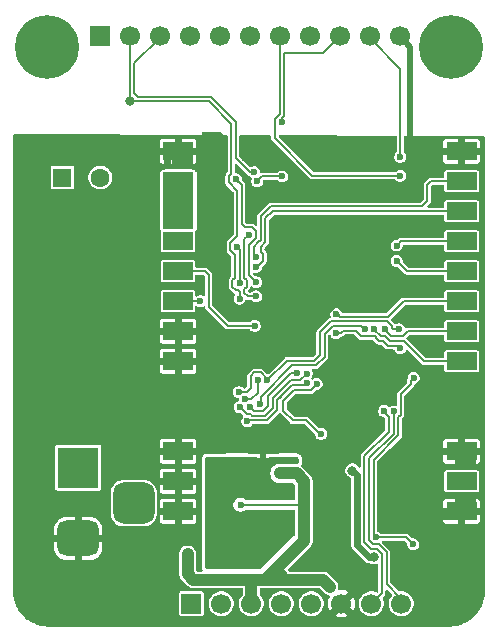
<source format=gbr>
%TF.GenerationSoftware,KiCad,Pcbnew,9.0.4*%
%TF.CreationDate,2025-09-20T18:39:02+03:00*%
%TF.ProjectId,HydraX-Meshtastic-PCB,48796472-6158-42d4-9d65-736874617374,2.1*%
%TF.SameCoordinates,Original*%
%TF.FileFunction,Copper,L2,Bot*%
%TF.FilePolarity,Positive*%
%FSLAX46Y46*%
G04 Gerber Fmt 4.6, Leading zero omitted, Abs format (unit mm)*
G04 Created by KiCad (PCBNEW 9.0.4) date 2025-09-20 18:39:02*
%MOMM*%
%LPD*%
G01*
G04 APERTURE LIST*
G04 Aperture macros list*
%AMRoundRect*
0 Rectangle with rounded corners*
0 $1 Rounding radius*
0 $2 $3 $4 $5 $6 $7 $8 $9 X,Y pos of 4 corners*
0 Add a 4 corners polygon primitive as box body*
4,1,4,$2,$3,$4,$5,$6,$7,$8,$9,$2,$3,0*
0 Add four circle primitives for the rounded corners*
1,1,$1+$1,$2,$3*
1,1,$1+$1,$4,$5*
1,1,$1+$1,$6,$7*
1,1,$1+$1,$8,$9*
0 Add four rect primitives between the rounded corners*
20,1,$1+$1,$2,$3,$4,$5,0*
20,1,$1+$1,$4,$5,$6,$7,0*
20,1,$1+$1,$6,$7,$8,$9,0*
20,1,$1+$1,$8,$9,$2,$3,0*%
G04 Aperture macros list end*
%TA.AperFunction,EtchedComponent*%
%ADD10C,0.000000*%
%TD*%
%TA.AperFunction,ComponentPad*%
%ADD11C,0.700000*%
%TD*%
%TA.AperFunction,ComponentPad*%
%ADD12C,4.400000*%
%TD*%
%TA.AperFunction,ComponentPad*%
%ADD13C,0.800000*%
%TD*%
%TA.AperFunction,ComponentPad*%
%ADD14C,5.400000*%
%TD*%
%TA.AperFunction,HeatsinkPad*%
%ADD15C,0.600000*%
%TD*%
%TA.AperFunction,ComponentPad*%
%ADD16R,1.600000X1.600000*%
%TD*%
%TA.AperFunction,ComponentPad*%
%ADD17C,1.600000*%
%TD*%
%TA.AperFunction,ComponentPad*%
%ADD18R,1.700000X1.700000*%
%TD*%
%TA.AperFunction,ComponentPad*%
%ADD19C,1.700000*%
%TD*%
%TA.AperFunction,ComponentPad*%
%ADD20R,3.500000X3.500000*%
%TD*%
%TA.AperFunction,ComponentPad*%
%ADD21RoundRect,0.750000X1.000000X-0.750000X1.000000X0.750000X-1.000000X0.750000X-1.000000X-0.750000X0*%
%TD*%
%TA.AperFunction,ComponentPad*%
%ADD22RoundRect,0.875000X0.875000X-0.875000X0.875000X0.875000X-0.875000X0.875000X-0.875000X-0.875000X0*%
%TD*%
%TA.AperFunction,SMDPad,CuDef*%
%ADD23C,0.500000*%
%TD*%
%TA.AperFunction,SMDPad,CuDef*%
%ADD24R,2.500000X1.500000*%
%TD*%
%TA.AperFunction,ViaPad*%
%ADD25C,0.600000*%
%TD*%
%TA.AperFunction,ViaPad*%
%ADD26C,0.800000*%
%TD*%
%TA.AperFunction,ViaPad*%
%ADD27C,1.000000*%
%TD*%
%TA.AperFunction,Conductor*%
%ADD28C,0.200000*%
%TD*%
%TA.AperFunction,Conductor*%
%ADD29C,0.400000*%
%TD*%
%TA.AperFunction,Conductor*%
%ADD30C,0.600000*%
%TD*%
%TA.AperFunction,Conductor*%
%ADD31C,0.500000*%
%TD*%
%TA.AperFunction,Conductor*%
%ADD32C,1.000000*%
%TD*%
%TA.AperFunction,Conductor*%
%ADD33C,0.800000*%
%TD*%
G04 APERTURE END LIST*
D10*
%TA.AperFunction,EtchedComponent*%
%TO.C,NT1*%
G36*
X151950000Y-112650000D02*
G01*
X151450000Y-112650000D01*
X151450000Y-111650000D01*
X151950000Y-111650000D01*
X151950000Y-112650000D01*
G37*
%TD.AperFunction*%
%TD*%
D11*
%TO.P,H2,1,1*%
%TO.N,GND*%
X131775000Y-108605000D03*
X132258274Y-107438274D03*
X132258274Y-109771726D03*
X133425000Y-106955000D03*
D12*
X133425000Y-108605000D03*
D11*
X133425000Y-110255000D03*
X134591726Y-107438274D03*
X134591726Y-109771726D03*
X135075000Y-108605000D03*
%TD*%
D13*
%TO.P,H1,1,1*%
%TO.N,GND*%
X165550000Y-123605000D03*
X166143109Y-122173109D03*
X166143109Y-125036891D03*
X167575000Y-121580000D03*
D14*
X167575000Y-123605000D03*
D13*
X167575000Y-125630000D03*
X169006891Y-122173109D03*
X169006891Y-125036891D03*
X169600000Y-123605000D03*
%TD*%
D15*
%TO.P,U1,39,GND*%
%TO.N,GND*%
X153600000Y-93258000D03*
X153600000Y-94658000D03*
X154300000Y-92558000D03*
X154300000Y-93958000D03*
X154300000Y-95358000D03*
X154975000Y-93258000D03*
X154975000Y-94658000D03*
X155700000Y-92558000D03*
X155700000Y-93958000D03*
X155700000Y-95358000D03*
X156400000Y-93258000D03*
X156400000Y-94658000D03*
%TD*%
D16*
%TO.P,BZ1,1,+*%
%TO.N,+5V*%
X134700000Y-88640000D03*
D17*
%TO.P,BZ1,2,-*%
%TO.N,Net-(BZ1--)*%
X137900000Y-88640000D03*
%TD*%
D13*
%TO.P,H4,1,1*%
%TO.N,unconnected-(H4-Pad1)*%
X131400000Y-77605000D03*
X131993109Y-76173109D03*
X131993109Y-79036891D03*
D14*
X133400000Y-77605000D03*
D13*
X133425000Y-75580000D03*
X133425000Y-79630000D03*
X134856891Y-76173109D03*
X134856891Y-79036891D03*
X135450000Y-77605000D03*
%TD*%
D18*
%TO.P,J1,1,Pin_1*%
%TO.N,/DTR*%
X145625000Y-124725000D03*
D19*
%TO.P,J1,2,Pin_2*%
%TO.N,/RTS*%
X148165000Y-124725000D03*
%TO.P,J1,3,Pin_3*%
%TO.N,+5V*%
X150705000Y-124725000D03*
%TO.P,J1,4,Pin_4*%
%TO.N,Net-(J1-Pin_4)*%
X153245000Y-124725000D03*
%TO.P,J1,5,Pin_5*%
%TO.N,Net-(J1-Pin_5)*%
X155785000Y-124725000D03*
%TO.P,J1,6,Pin_6*%
%TO.N,GND*%
X158325000Y-124725000D03*
%TO.P,J1,7,Pin_7*%
%TO.N,/EN*%
X160865000Y-124725000D03*
%TO.P,J1,8,Pin_8*%
%TO.N,/GPIO0*%
X163405000Y-124725000D03*
%TD*%
D20*
%TO.P,J3,1*%
%TO.N,Net-(U4-IN)*%
X136042500Y-113200000D03*
D21*
%TO.P,J3,2*%
%TO.N,GND*%
X136042500Y-119200000D03*
D22*
%TO.P,J3,3*%
%TO.N,unconnected-(J3-Pad3)*%
X140742500Y-116200000D03*
%TD*%
D13*
%TO.P,H3,1,1*%
%TO.N,unconnected-(H3-Pad1)*%
X165550000Y-77605000D03*
X166143109Y-76173109D03*
X166143109Y-79036891D03*
X167575000Y-75580000D03*
X167575000Y-79630000D03*
D14*
X167606891Y-77605000D03*
D13*
X169006891Y-76173109D03*
X169006891Y-79036891D03*
X169600000Y-77605000D03*
%TD*%
D23*
%TO.P,NT1,1*%
%TO.N,GNDA*%
X151700000Y-112650000D03*
%TO.P,NT1,2*%
%TO.N,GND*%
X151700000Y-111650000D03*
%TD*%
D24*
%TO.P,U3,1,GND*%
%TO.N,GND*%
X144500000Y-116890000D03*
%TO.P,U3,2,GND*%
X144500000Y-114350000D03*
%TO.P,U3,3,GND*%
X144500000Y-111810000D03*
%TO.P,U3,4,GND*%
X144500000Y-104190000D03*
%TO.P,U3,5,GND*%
X144500000Y-101650000D03*
%TO.P,U3,6,RXEN*%
%TO.N,/e22_RXEN*%
X144500000Y-99110000D03*
%TO.P,U3,7,TXEN*%
%TO.N,/e22_TXEN*%
X144500000Y-96570000D03*
%TO.P,U3,8,DIO2*%
%TO.N,unconnected-(U3-DIO2-Pad8)*%
X144500000Y-94030000D03*
%TO.P,U3,9,VCC*%
%TO.N,+5V*%
X144500000Y-91490000D03*
%TO.P,U3,10,VCC*%
X144500000Y-88950000D03*
%TO.P,U3,11,GND*%
%TO.N,GND*%
X144500000Y-86410000D03*
%TO.P,U3,12,GND*%
X168500000Y-86410000D03*
%TO.P,U3,13,DIO1*%
%TO.N,/e22_DIO1*%
X168500000Y-88950000D03*
%TO.P,U3,14,BUSY*%
%TO.N,/e22_BUSY*%
X168500000Y-91490000D03*
%TO.P,U3,15,NRST*%
%TO.N,/e22_NRST*%
X168500000Y-94030000D03*
%TO.P,U3,16,MISO*%
%TO.N,/e22_MISO*%
X168500000Y-96570000D03*
%TO.P,U3,17,MOSI*%
%TO.N,/e22_MOSI*%
X168500000Y-99110000D03*
%TO.P,U3,18,SCK*%
%TO.N,/e22_SCK*%
X168500000Y-101650000D03*
%TO.P,U3,19,NSS*%
%TO.N,/e22_NSS*%
X168500000Y-104190000D03*
%TO.P,U3,20,GND*%
%TO.N,GND*%
X168500000Y-111810000D03*
%TO.P,U3,21,ANT*%
%TO.N,Net-(J4-In)*%
X168500000Y-114350000D03*
%TO.P,U3,22,GND*%
%TO.N,GND*%
X168500000Y-116890000D03*
%TD*%
D18*
%TO.P,J2,1*%
%TO.N,+3.3V*%
X137850000Y-76700000D03*
D19*
%TO.P,J2,2*%
%TO.N,/gpio_26*%
X140390000Y-76700000D03*
%TO.P,J2,3*%
%TO.N,/USR_BTN*%
X142930000Y-76700000D03*
%TO.P,J2,4*%
%TO.N,/vbat_mon*%
X145470000Y-76700000D03*
%TO.P,J2,5*%
%TO.N,/5V_pwrctrl*%
X148010000Y-76700000D03*
%TO.P,J2,6*%
%TO.N,/SCL*%
X150550000Y-76700000D03*
%TO.P,J2,7*%
%TO.N,/SDA*%
X153090000Y-76700000D03*
%TO.P,J2,8*%
%TO.N,/GPS_pwr*%
X155630000Y-76700000D03*
%TO.P,J2,9*%
%TO.N,/GPS_RX*%
X158170000Y-76700000D03*
%TO.P,J2,10*%
%TO.N,/GPS_TX*%
X160710000Y-76700000D03*
%TO.P,J2,11*%
%TO.N,GND*%
X163250000Y-76700000D03*
%TD*%
D25*
%TO.N,GND*%
X169400000Y-115700000D03*
X168200000Y-115700000D03*
X168800000Y-115700000D03*
X168200000Y-113000000D03*
X166600000Y-112300000D03*
X168800000Y-113000000D03*
D26*
X160000000Y-92400000D03*
D25*
X166700000Y-117300000D03*
X157950000Y-108050000D03*
D26*
X159200000Y-90200000D03*
X147500000Y-111450000D03*
X160800000Y-90200000D03*
D25*
X144800000Y-87600000D03*
D26*
X155800000Y-86000000D03*
X161600000Y-90200000D03*
X149600000Y-111499990D03*
D25*
X164900000Y-117000000D03*
X166000000Y-112300000D03*
X157950000Y-106850000D03*
D26*
X149800000Y-103950000D03*
D25*
X145400000Y-87600000D03*
X147999977Y-85000000D03*
X166000000Y-111700000D03*
D26*
X150600004Y-111500000D03*
D25*
X165100000Y-113450000D03*
X164321143Y-114604185D03*
X157950000Y-107450000D03*
X150200000Y-86950000D03*
D26*
X160800000Y-92400000D03*
X148600000Y-111500000D03*
D25*
X151000000Y-86150000D03*
X150200000Y-85350000D03*
D26*
X159200000Y-92400000D03*
D25*
X166600000Y-111700000D03*
D26*
X147400000Y-103950000D03*
X158800000Y-86000000D03*
D25*
X164300000Y-115200000D03*
D26*
X164100000Y-86000000D03*
X157300000Y-86000000D03*
D25*
X151000000Y-86950000D03*
X164900000Y-115800000D03*
D26*
X160300000Y-86000000D03*
X161600000Y-92400000D03*
D25*
X165500000Y-117300000D03*
X146800000Y-85000000D03*
X146400000Y-95900000D03*
X164900000Y-116400000D03*
X169400000Y-113000000D03*
X166100000Y-117300000D03*
D26*
X160000000Y-90200000D03*
X148200000Y-103950000D03*
D25*
X147400000Y-85000000D03*
X150200000Y-86150000D03*
D26*
X149000000Y-103950000D03*
D25*
X164300000Y-115800000D03*
X151000000Y-85350000D03*
X143600000Y-87600000D03*
X144200000Y-87600000D03*
%TO.N,/EN*%
X163300000Y-103100011D03*
X151099364Y-97499364D03*
X157869975Y-101819975D03*
X161935277Y-108402705D03*
X149400000Y-88800000D03*
%TO.N,/GPIO2*%
X156237208Y-106109850D03*
X156600000Y-110350000D03*
D26*
%TO.N,+3.3V*%
X159250000Y-113450000D03*
X161054504Y-120800010D03*
D25*
%TO.N,/GPIO0*%
X162750000Y-108450000D03*
D27*
%TO.N,Net-(J4-In)*%
X169250000Y-114600000D03*
D25*
%TO.N,/GPIO16*%
X149657000Y-106807000D03*
X163200003Y-101500000D03*
X152050735Y-105800735D03*
%TO.N,/e22_NRST*%
X163000000Y-94400000D03*
%TO.N,/SDA*%
X163300000Y-88500000D03*
%TO.N,/e22_MISO*%
X163000000Y-95700000D03*
%TO.N,/e22_NSS*%
X161126472Y-101499999D03*
%TO.N,/e22_SCK*%
X162000000Y-101486863D03*
%TO.N,/SRAM_CLK*%
X160300000Y-101500000D03*
X151419363Y-107800746D03*
%TO.N,/SDI_SD1*%
X155428015Y-106070514D03*
X150361908Y-109278993D03*
%TO.N,/SDO_SD0*%
X149700000Y-108077000D03*
X155398859Y-105242745D03*
%TO.N,/SWP_SD3*%
X150625292Y-108078992D03*
X154600000Y-105199989D03*
%TO.N,/SHD_SD2*%
X150167700Y-107422783D03*
X151252554Y-105746794D03*
%TO.N,/e22_TXEN*%
X151000000Y-101200000D03*
%TO.N,/e22_RXEN*%
X146390000Y-99110000D03*
%TO.N,/e22_MOSI*%
X157900000Y-100219964D03*
%TO.N,/e22_DIO1*%
X151104453Y-95400000D03*
%TO.N,/e22_BUSY*%
X151104453Y-96200000D03*
D26*
%TO.N,+5V*%
X145300000Y-122100000D03*
X145300000Y-121300000D03*
D25*
X144800000Y-92750000D03*
X145400000Y-92750000D03*
D26*
X153900000Y-113700000D03*
D25*
X144200000Y-92750000D03*
X143600000Y-92750000D03*
D26*
X153100000Y-113700000D03*
D25*
X149784467Y-116356893D03*
D26*
X145300000Y-120500000D03*
X157380000Y-123310000D03*
D25*
%TO.N,/5V_pwrctrl*%
X149504442Y-94500000D03*
X149700000Y-97600000D03*
%TO.N,GNDA*%
X151400000Y-115450000D03*
X152600000Y-115450000D03*
X152000000Y-115450000D03*
X150800000Y-115450000D03*
X150200000Y-115450000D03*
X147400000Y-112750000D03*
X149000000Y-115600000D03*
X149000000Y-114400000D03*
X149600000Y-114400000D03*
X149600000Y-115000000D03*
X149000000Y-115000000D03*
%TO.N,/GPS_TX*%
X163300012Y-86900000D03*
%TO.N,/USR_BTN*%
X150949264Y-88199265D03*
%TO.N,/GPS_PWR_enable*%
X161250000Y-119100000D03*
X164440000Y-105602831D03*
X164400000Y-119700000D03*
%TO.N,/GPS_RX*%
X150500010Y-93476246D03*
X151100000Y-98700000D03*
X153275735Y-83925735D03*
%TO.N,/gpio_26*%
X149700000Y-98900000D03*
D26*
X140450000Y-82130000D03*
D25*
%TO.N,Net-(U1-IO34)*%
X151186778Y-88964677D03*
X153300032Y-88550000D03*
%TD*%
D28*
%TO.N,GND*%
X161600000Y-92400000D02*
X160800000Y-92400000D01*
X160000000Y-92400000D02*
X159200000Y-92400000D01*
D29*
X157300000Y-86000000D02*
X155800000Y-86000000D01*
D30*
X148400000Y-111700000D02*
X146800000Y-111700000D01*
D28*
X157950000Y-108050000D02*
X157950000Y-107450000D01*
D30*
X144200000Y-87600000D02*
X144200000Y-86750000D01*
X143600000Y-87600000D02*
X143600000Y-86650000D01*
D28*
X149800000Y-104100000D02*
X149000000Y-104100000D01*
D30*
X144800000Y-87600000D02*
X144800000Y-86850000D01*
X168200000Y-113000000D02*
X168200000Y-112300000D01*
X148600000Y-111600000D02*
X148500000Y-111600000D01*
D28*
X166150000Y-111700000D02*
X166750000Y-111700000D01*
D31*
X164100000Y-77550000D02*
X163250000Y-76700000D01*
D28*
X144500000Y-86410000D02*
X144500000Y-86700000D01*
D30*
X168800000Y-115700000D02*
X168800000Y-116300000D01*
X167800000Y-117300000D02*
X168000000Y-117100000D01*
D28*
X160800000Y-90200000D02*
X161600000Y-90200000D01*
D30*
X169400000Y-113000000D02*
X169400000Y-112600000D01*
D28*
X148200000Y-104100000D02*
X147400000Y-104100000D01*
D30*
X150200000Y-85350000D02*
X151000000Y-85350000D01*
D29*
X150599994Y-111599990D02*
X150600004Y-111600000D01*
D30*
X147400000Y-85000000D02*
X146800000Y-85000000D01*
D28*
X168500000Y-112010000D02*
X168500000Y-112800000D01*
D30*
X147400000Y-85000000D02*
X147999977Y-85000000D01*
X147500000Y-111700000D02*
X146800000Y-111700000D01*
D31*
X164100000Y-86000000D02*
X164100000Y-77550000D01*
D29*
X160300000Y-86000000D02*
X158800000Y-86000000D01*
D30*
X169400000Y-112700000D02*
X168800000Y-112700000D01*
D28*
X164300000Y-114625328D02*
X164321143Y-114604185D01*
X166750000Y-112300000D02*
X166150000Y-112300000D01*
D30*
X169400000Y-113000000D02*
X168200000Y-113000000D01*
D28*
X164300000Y-115800000D02*
X164900000Y-115800000D01*
D30*
X148500000Y-111600000D02*
X148400000Y-111700000D01*
X145400000Y-87600000D02*
X145400000Y-86850000D01*
D28*
X164900000Y-116400000D02*
X164900000Y-117000000D01*
D31*
X163250000Y-76700000D02*
X163770000Y-77220000D01*
D30*
X168800000Y-116300000D02*
X169400000Y-115700000D01*
D28*
X164300000Y-115200000D02*
X164300000Y-114625328D01*
X144200000Y-87600000D02*
X144800000Y-87600000D01*
D30*
X168200000Y-115700000D02*
X168200000Y-116300000D01*
D28*
X159200000Y-90200000D02*
X160000000Y-90200000D01*
D30*
X150200000Y-85350000D02*
X150200000Y-86150000D01*
X169400000Y-115700000D02*
X169400000Y-116200000D01*
D29*
X158800000Y-86000000D02*
X157300000Y-86000000D01*
D30*
X168200000Y-115700000D02*
X169400000Y-115700000D01*
X151000000Y-86150000D02*
X151000000Y-86950000D01*
D28*
X165500000Y-117300000D02*
X166100000Y-117300000D01*
X168200000Y-116000000D02*
X168800000Y-116000000D01*
D29*
X149600000Y-111599990D02*
X150599994Y-111599990D01*
D30*
X143600000Y-86650000D02*
X143800000Y-86450000D01*
D32*
X150600004Y-111500000D02*
X152850000Y-111500000D01*
D29*
X148599970Y-111600030D02*
X148600000Y-111600000D01*
X147500000Y-111600030D02*
X148599970Y-111600030D01*
D30*
X166700000Y-117300000D02*
X167800000Y-117300000D01*
D28*
%TO.N,/EN*%
X161234302Y-102200000D02*
X161342151Y-102307849D01*
X162349990Y-110151462D02*
X160249989Y-112251462D01*
X158494230Y-101619984D02*
X159530016Y-101619984D01*
X150504453Y-94359805D02*
X150504452Y-96704452D01*
X161521173Y-102486871D02*
X161868615Y-102486871D01*
X161750504Y-120511717D02*
X161750504Y-123839496D01*
X161868615Y-102486871D02*
X162281764Y-102900021D01*
X160249989Y-119515687D02*
X160367151Y-119632849D01*
X150504452Y-96704452D02*
X150504452Y-96829337D01*
X151100011Y-93188245D02*
X151100011Y-93764247D01*
X162281764Y-102900021D02*
X163100010Y-102900021D01*
X163100010Y-102900021D02*
X163300000Y-103100011D01*
X151100011Y-93764247D02*
X150504453Y-94359805D01*
X161342151Y-102307849D02*
X161521173Y-102486871D01*
X157869975Y-101819975D02*
X158294239Y-101819975D01*
X160834311Y-120100010D02*
X160367151Y-119632849D01*
X162349990Y-108949990D02*
X162349990Y-110151462D01*
X150761766Y-92850000D02*
X151100011Y-93188245D01*
X159698033Y-101788001D02*
X159530016Y-101619984D01*
X160834311Y-120100010D02*
X161338797Y-120100010D01*
X157869975Y-101819975D02*
X157869975Y-101969975D01*
X149400000Y-88800000D02*
X149900000Y-89300000D01*
X161750504Y-123839496D02*
X160865000Y-124725000D01*
X161935277Y-108402705D02*
X161935277Y-108535277D01*
X160011999Y-102100001D02*
X159699999Y-101788001D01*
X149900000Y-89300000D02*
X149900000Y-92600000D01*
X160367151Y-119632849D02*
X160249989Y-119515688D01*
X159699999Y-101788001D02*
X159698033Y-101788001D01*
X158294239Y-101819975D02*
X158494230Y-101619984D01*
X149600000Y-89000000D02*
X149400000Y-88800000D01*
X150504452Y-96704452D02*
X150504452Y-96904452D01*
X160011999Y-102100001D02*
X161134302Y-102100000D01*
X149900000Y-92600000D02*
X150150000Y-92850000D01*
X161134302Y-102100000D02*
X161342151Y-102307849D01*
X161338797Y-120100010D02*
X161750504Y-120511717D01*
X160249989Y-112251462D02*
X160249989Y-119515687D01*
X151100011Y-93764247D02*
X150600010Y-94264248D01*
X161935277Y-108535277D02*
X162349990Y-108949990D01*
X150504452Y-96904452D02*
X151099364Y-97499364D01*
X150150000Y-92850000D02*
X150761766Y-92850000D01*
%TO.N,/GPIO2*%
X155429485Y-106670515D02*
X155676543Y-106670515D01*
X154770515Y-106670515D02*
X155676543Y-106670515D01*
X154770515Y-106670515D02*
X155429485Y-106670515D01*
X153800010Y-107162780D02*
X154292275Y-106670515D01*
X155350000Y-109200000D02*
X154200000Y-109200000D01*
X153800010Y-107165689D02*
X153800010Y-107162780D01*
X154200000Y-109200000D02*
X153400000Y-108400000D01*
X156500000Y-110350000D02*
X155350000Y-109200000D01*
X153400000Y-108400000D02*
X153400000Y-107565699D01*
X155716016Y-106670515D02*
X156237208Y-106149323D01*
X154292275Y-106670515D02*
X154770515Y-106670515D01*
X156237208Y-106149323D02*
X156237208Y-106109850D01*
X153400000Y-107565699D02*
X153800010Y-107165689D01*
X155429485Y-106670515D02*
X155716016Y-106670515D01*
D30*
%TO.N,+3.3V*%
X159300000Y-113450000D02*
X159649979Y-113799979D01*
X159649979Y-113799979D02*
X159649979Y-119764207D01*
X160685782Y-120800010D02*
X161054504Y-120800010D01*
X159250000Y-113450000D02*
X159300000Y-113450000D01*
X159649979Y-119764207D02*
X160685782Y-120800010D01*
D28*
%TO.N,/GPIO0*%
X161502825Y-119704010D02*
X162146504Y-120347689D01*
X160649999Y-112417151D02*
X160649999Y-119349999D01*
X162750000Y-110317150D02*
X160649999Y-112417151D01*
X160649999Y-119349999D02*
X161000000Y-119700000D01*
X163405000Y-124325000D02*
X163405000Y-124725000D01*
X162146504Y-123066504D02*
X163405000Y-124325000D01*
X161000000Y-119700000D02*
X161000000Y-119704010D01*
X164150000Y-124750000D02*
X164100000Y-124800000D01*
X162750000Y-108450000D02*
X162750000Y-110317150D01*
X162146504Y-120347689D02*
X162146504Y-123066504D01*
X161000000Y-119704010D02*
X161502825Y-119704010D01*
D32*
%TO.N,Net-(J4-In)*%
X169250000Y-114600000D02*
X168700000Y-114600000D01*
D28*
%TO.N,/GPIO16*%
X162700000Y-101500000D02*
X162600001Y-101400001D01*
X156499990Y-101736259D02*
X157416285Y-100819964D01*
X152050735Y-105800735D02*
X152050735Y-105696446D01*
X162600001Y-101198862D02*
X162221103Y-100819964D01*
X150964553Y-105146793D02*
X150652553Y-105458793D01*
X150652553Y-106447447D02*
X150293000Y-106807000D01*
X162600001Y-101400001D02*
X162600001Y-101198862D01*
X152050735Y-105800735D02*
X153701480Y-104149990D01*
X153701480Y-104149990D02*
X156034312Y-104149990D01*
X156499990Y-103684312D02*
X156499990Y-101736259D01*
X152050735Y-105696446D02*
X151501082Y-105146793D01*
X150293000Y-106807000D02*
X149657000Y-106807000D01*
X162221103Y-100819964D02*
X157416285Y-100819964D01*
X156034312Y-104149990D02*
X156499990Y-103684312D01*
X150652553Y-105458793D02*
X150652553Y-106447447D01*
X151501082Y-105146793D02*
X150964553Y-105146793D01*
X163200003Y-101500000D02*
X162700000Y-101500000D01*
%TO.N,/e22_NRST*%
X168500000Y-94030000D02*
X163370000Y-94030000D01*
X163370000Y-94030000D02*
X163000000Y-94400000D01*
%TO.N,/SDA*%
X153090000Y-83268598D02*
X153090000Y-76700000D01*
X163300000Y-88500000D02*
X155875000Y-88500000D01*
X163300000Y-88353688D02*
X163300000Y-88500000D01*
X155875000Y-88500000D02*
X152674735Y-85299735D01*
X152674735Y-83683863D02*
X153090000Y-83268598D01*
X152674735Y-85299735D02*
X152674735Y-83683863D01*
%TO.N,/e22_MISO*%
X168500000Y-96570000D02*
X163870000Y-96570000D01*
X163870000Y-96570000D02*
X163000000Y-95700000D01*
%TO.N,/e22_NSS*%
X161686863Y-102086863D02*
X161125462Y-101525462D01*
X168500000Y-104190000D02*
X168490000Y-104200000D01*
X162447453Y-102500011D02*
X162034305Y-102086863D01*
X161125462Y-101525462D02*
X161125462Y-101476532D01*
X168490000Y-104200000D02*
X165299978Y-104200000D01*
X162034305Y-102086863D02*
X161686863Y-102086863D01*
X163599989Y-102500011D02*
X162447453Y-102500011D01*
X165299978Y-104200000D02*
X163599989Y-102500011D01*
%TO.N,/e22_SCK*%
X168500000Y-101650000D02*
X163950002Y-101650000D01*
X162106567Y-101593430D02*
X162000000Y-101486863D01*
X163950002Y-101650000D02*
X163500001Y-102100001D01*
X162106570Y-101593430D02*
X162106567Y-101593430D01*
X162000002Y-101486862D02*
X162106570Y-101593430D01*
X162613141Y-102100001D02*
X162556570Y-102043430D01*
X162556570Y-102043430D02*
X162106570Y-101593430D01*
X163500001Y-102100001D02*
X162613141Y-102100001D01*
%TO.N,/SRAM_CLK*%
X151500001Y-107720108D02*
X151419363Y-107800746D01*
X156900000Y-101901948D02*
X156900000Y-103850000D01*
X157581974Y-101219974D02*
X156900000Y-101901948D01*
X151500000Y-107800746D02*
X151500001Y-107199999D01*
X151500001Y-107199999D02*
X151500001Y-107720108D01*
X160300000Y-101500000D02*
X160019974Y-101219974D01*
X160019974Y-101219974D02*
X157581974Y-101219974D01*
X154150002Y-104550000D02*
X151500003Y-107199999D01*
X156900000Y-103850000D02*
X156200000Y-104550000D01*
X151500003Y-107199999D02*
X151500001Y-107199999D01*
X156200000Y-104550000D02*
X154150002Y-104550000D01*
%TO.N,/SDI_SD1*%
X153100020Y-107299980D02*
X153400000Y-107000000D01*
X154148546Y-106248548D02*
X152900021Y-107497073D01*
X150440134Y-109200767D02*
X152038742Y-109200767D01*
X153400000Y-106997092D02*
X154148546Y-106248546D01*
X154500010Y-106200010D02*
X154300010Y-106200010D01*
X150440134Y-109200767D02*
X150361908Y-109278993D01*
X154148546Y-106248546D02*
X154197082Y-106200010D01*
X154500010Y-106200010D02*
X155298519Y-106200010D01*
X154148546Y-106248546D02*
X154148546Y-106248548D01*
X152038742Y-109200767D02*
X152900021Y-108339488D01*
X155298519Y-106200010D02*
X155428015Y-106070514D01*
X154197082Y-106200010D02*
X154500010Y-106200010D01*
X152900021Y-108339488D02*
X152900021Y-107497073D01*
X153400000Y-107000000D02*
X153400000Y-106997092D01*
%TO.N,/SDO_SD0*%
X152500011Y-108173799D02*
X152500011Y-107331385D01*
X151873053Y-108800757D02*
X152500011Y-108173799D01*
X152500011Y-107331385D02*
X152715698Y-107115698D01*
X150781358Y-108800757D02*
X151873053Y-108800757D01*
X155398859Y-105251141D02*
X154850001Y-105799999D01*
X154850001Y-105799999D02*
X154031395Y-105799999D01*
X155398859Y-105242745D02*
X155398859Y-105251141D01*
X149700000Y-108077000D02*
X150301993Y-108678993D01*
X150659594Y-108678993D02*
X150781358Y-108800757D01*
X149900000Y-108100000D02*
X149900000Y-108202230D01*
X150301993Y-108678993D02*
X150659594Y-108678993D01*
X154031395Y-105799999D02*
X152625746Y-107205648D01*
%TO.N,/SWP_SD3*%
X154600000Y-105199989D02*
X154065708Y-105199989D01*
X150625292Y-108078992D02*
X150947047Y-108400747D01*
X151707364Y-108400747D02*
X152100001Y-108008110D01*
X152100001Y-108008110D02*
X152100001Y-107165696D01*
X154065708Y-105199989D02*
X152100001Y-107165696D01*
X150947047Y-108400747D02*
X151707364Y-108400747D01*
X150625292Y-108078992D02*
X150604284Y-108100000D01*
%TO.N,/SHD_SD2*%
X151252554Y-105746794D02*
X151200000Y-105799348D01*
X151252554Y-106881748D02*
X150711519Y-107422783D01*
X151252554Y-105746794D02*
X151252554Y-106881748D01*
X150711519Y-107422783D02*
X150167700Y-107422783D01*
%TO.N,/e22_TXEN*%
X148700000Y-101200000D02*
X151000000Y-101200000D01*
X147100000Y-99600000D02*
X148700000Y-101200000D01*
X147100000Y-96900000D02*
X147100000Y-99600000D01*
X144500000Y-96570000D02*
X146770000Y-96570000D01*
X146770000Y-96570000D02*
X147100000Y-96900000D01*
%TO.N,/e22_RXEN*%
X146390000Y-99110000D02*
X146559990Y-99110000D01*
X144500000Y-99110000D02*
X146390000Y-99110000D01*
%TO.N,/e22_MOSI*%
X157900000Y-100219964D02*
X157900000Y-100250000D01*
X168500000Y-99110000D02*
X166040000Y-99110000D01*
X158019964Y-100219964D02*
X158219954Y-100419954D01*
X158219954Y-100419954D02*
X162280046Y-100419954D01*
X162280046Y-100419954D02*
X163590000Y-99110000D01*
X158080036Y-100400000D02*
X157900000Y-100219964D01*
X163590000Y-99110000D02*
X166040000Y-99110000D01*
X157900000Y-100219964D02*
X158019964Y-100219964D01*
%TO.N,/e22_DIO1*%
X165600000Y-90629980D02*
X165600000Y-89250000D01*
X151304444Y-94125513D02*
X150904463Y-94525493D01*
X151500021Y-93929936D02*
X151500021Y-91934279D01*
X165600000Y-89250000D02*
X165900000Y-88950000D01*
X150904463Y-95200010D02*
X151104453Y-95400000D01*
X165900000Y-88950000D02*
X168500000Y-88950000D01*
X165139990Y-91089990D02*
X165600000Y-90629980D01*
X152344310Y-91089990D02*
X165139990Y-91089990D01*
X150904463Y-94525493D02*
X150904463Y-95200010D01*
X151304444Y-94125513D02*
X151500021Y-93929936D01*
X151500021Y-91934279D02*
X152344310Y-91089990D01*
%TO.N,/e22_BUSY*%
X151900031Y-94095624D02*
X151900031Y-93900031D01*
X168500000Y-91490000D02*
X152509999Y-91490000D01*
X151500000Y-94495655D02*
X151900031Y-94095624D01*
X151704454Y-95111999D02*
X151500000Y-94907545D01*
X151500000Y-94907545D02*
X151500000Y-94495655D01*
X151192455Y-96200000D02*
X151104453Y-96200000D01*
X152509999Y-91490000D02*
X151900031Y-92099968D01*
X151900031Y-93749969D02*
X151900031Y-93900031D01*
X151704454Y-95111999D02*
X151704454Y-95688001D01*
X151900031Y-92099968D02*
X151900031Y-93749969D01*
X151704454Y-95688001D02*
X151192455Y-96200000D01*
D32*
%TO.N,+5V*%
X153300000Y-122700000D02*
X151790000Y-122700000D01*
X151050000Y-122700000D02*
X151875000Y-122700000D01*
X153300000Y-122400000D02*
X152737500Y-121837500D01*
X145300000Y-120500000D02*
X145300000Y-122200000D01*
X155200000Y-118780000D02*
X155200000Y-119050000D01*
X154187500Y-120387500D02*
X155200000Y-119375000D01*
X153100000Y-113700000D02*
X154550000Y-113700000D01*
X154550000Y-113700000D02*
X155200000Y-114350000D01*
X151875000Y-122700000D02*
X152737500Y-121837500D01*
D30*
X144899998Y-88600000D02*
X144900000Y-88599998D01*
D28*
X149784467Y-116356893D02*
X154843107Y-116356893D01*
D30*
X144900002Y-88600000D02*
X144900000Y-88599998D01*
D32*
X155200000Y-117600000D02*
X155200000Y-116000000D01*
X153300000Y-122700000D02*
X153300000Y-122400000D01*
X152737500Y-121837500D02*
X154187500Y-120387500D01*
X155200000Y-114350000D02*
X155200000Y-116000000D01*
X145300000Y-122200000D02*
X145800000Y-122700000D01*
X155200000Y-118780000D02*
X155200000Y-117600000D01*
D30*
X155200000Y-118550000D02*
X155200000Y-117600000D01*
D32*
X150705000Y-123045000D02*
X150705000Y-124725000D01*
X151050000Y-122700000D02*
X150705000Y-123045000D01*
X151050000Y-122700000D02*
X153300000Y-122700000D01*
X155200000Y-117600000D02*
X155200000Y-119000000D01*
X155200000Y-119375000D02*
X155200000Y-118780000D01*
X145800000Y-122700000D02*
X151050000Y-122700000D01*
X156770000Y-122700000D02*
X157380000Y-123310000D01*
X153300000Y-122700000D02*
X156770000Y-122700000D01*
D28*
X154843107Y-116356893D02*
X155200000Y-116000000D01*
%TO.N,/5V_pwrctrl*%
X149700000Y-97600000D02*
X149700000Y-94695558D01*
X149700000Y-94695558D02*
X149504442Y-94500000D01*
X149504442Y-94500000D02*
X149504442Y-94504442D01*
%TO.N,GNDA*%
X148400000Y-112850000D02*
X147400000Y-112850000D01*
X149000000Y-113450000D02*
X148400000Y-112850000D01*
X149000000Y-115000000D02*
X149000000Y-113550000D01*
D30*
X149000000Y-115600000D02*
X149000000Y-115000000D01*
D28*
X149000000Y-113550000D02*
X149000000Y-113450000D01*
D33*
X150350000Y-112700000D02*
X152400000Y-112700000D01*
D28*
X149000000Y-114400000D02*
X149600000Y-114400000D01*
%TO.N,/GPS_TX*%
X163300012Y-86900000D02*
X163300012Y-79420012D01*
X163300012Y-79420012D02*
X160710000Y-76830000D01*
X160710000Y-76830000D02*
X160710000Y-76700000D01*
%TO.N,/USR_BTN*%
X149395990Y-87000933D02*
X149395990Y-83935961D01*
X140786000Y-78934000D02*
X142930000Y-76790000D01*
X140786000Y-81481707D02*
X140786000Y-78934000D01*
X142930000Y-76790000D02*
X142930000Y-76700000D01*
X141108293Y-81804000D02*
X140786000Y-81481707D01*
X149400990Y-87000933D02*
X149395990Y-87000933D01*
X147264028Y-81804000D02*
X141108293Y-81804000D01*
X150949264Y-88199265D02*
X150599322Y-88199265D01*
X149395990Y-83935961D02*
X147264028Y-81804000D01*
X150599322Y-88199265D02*
X149400990Y-87000933D01*
%TO.N,/GPS_PWR_enable*%
X163350001Y-108738001D02*
X163150010Y-108937992D01*
X161050009Y-112582839D02*
X161050009Y-118900009D01*
X164440000Y-105602831D02*
X164200000Y-105842831D01*
X161050009Y-118900009D02*
X161250000Y-119100000D01*
X161250000Y-119100000D02*
X163800000Y-119100000D01*
X163150010Y-110482839D02*
X161050009Y-112582839D01*
X163150010Y-108937992D02*
X163150010Y-110482839D01*
X161150000Y-119000000D02*
X161250000Y-119100000D01*
X163800000Y-119100000D02*
X164400000Y-119700000D01*
X163350001Y-106999999D02*
X163350001Y-108738001D01*
X164200000Y-106150000D02*
X163350001Y-106999999D01*
X164200000Y-105842831D02*
X164200000Y-106150000D01*
%TO.N,/GPS_RX*%
X150300000Y-97888002D02*
X150300000Y-97311998D01*
X150400000Y-98700000D02*
X150100000Y-98400000D01*
X153275735Y-83642891D02*
X153486000Y-83432626D01*
X150104443Y-93871813D02*
X150500010Y-93476246D01*
X150100000Y-98400000D02*
X150100000Y-98088002D01*
X150100000Y-98088002D02*
X150300000Y-97888002D01*
X150104443Y-97116441D02*
X150104443Y-93871813D01*
X151100000Y-98700000D02*
X150400000Y-98700000D01*
X153275735Y-83925735D02*
X153275735Y-83642891D01*
X150104443Y-97116441D02*
X150300000Y-97311998D01*
X153486000Y-83432626D02*
X153486000Y-78104000D01*
X156766000Y-78104000D02*
X158170000Y-76700000D01*
X153486000Y-78104000D02*
X156766000Y-78104000D01*
%TO.N,/gpio_26*%
X149099999Y-97311999D02*
X149299990Y-97112008D01*
X140390000Y-82070000D02*
X140390000Y-76700000D01*
X140520000Y-82200000D02*
X147100000Y-82200000D01*
X148800000Y-88511998D02*
X148800000Y-89050000D01*
X148904441Y-94788001D02*
X149299990Y-95183550D01*
X147100000Y-82200000D02*
X148999990Y-84099990D01*
X149700000Y-98300000D02*
X149600001Y-98200001D01*
X149500000Y-89750000D02*
X149500000Y-93616440D01*
X140450000Y-82130000D02*
X140520000Y-82200000D01*
X148999990Y-84099990D02*
X148999990Y-88312008D01*
X149500000Y-93616440D02*
X148904441Y-94211999D01*
X149099999Y-97888001D02*
X149099999Y-97311999D01*
X149700000Y-98900000D02*
X149700000Y-98300000D01*
X149299990Y-95183550D02*
X149299990Y-96700000D01*
X149600001Y-98200001D02*
X149411999Y-98200001D01*
X149411999Y-98200001D02*
X149099999Y-97888001D01*
X148904441Y-94595559D02*
X148904441Y-94788001D01*
X149299990Y-97112008D02*
X149299990Y-96700000D01*
X148904441Y-94211999D02*
X148904441Y-94595559D01*
X140450000Y-82130000D02*
X140390000Y-82070000D01*
X148800000Y-89050000D02*
X149500000Y-89750000D01*
X148904441Y-94211999D02*
X148904441Y-94788001D01*
X149700000Y-98600000D02*
X149700000Y-98900000D01*
X148999990Y-88312008D02*
X148800000Y-88511998D01*
%TO.N,Net-(U1-IO34)*%
X153300032Y-88550000D02*
X151601455Y-88550000D01*
X151601455Y-88550000D02*
X151186778Y-88964677D01*
%TD*%
%TA.AperFunction,Conductor*%
%TO.N,GNDA*%
G36*
X150516490Y-112300500D02*
G01*
X151068432Y-112300500D01*
X151154775Y-112320207D01*
X151224016Y-112375426D01*
X151262443Y-112455218D01*
X151262443Y-112543782D01*
X151260651Y-112551005D01*
X151250001Y-112590750D01*
X151250000Y-112590758D01*
X151250000Y-112709246D01*
X151249999Y-112709246D01*
X151257860Y-112738583D01*
X151257861Y-112738584D01*
X151382509Y-112613937D01*
X151401494Y-112602007D01*
X151417349Y-112586153D01*
X151438510Y-112578747D01*
X151457497Y-112566818D01*
X151479778Y-112564307D01*
X151500942Y-112556902D01*
X151523223Y-112559412D01*
X151545504Y-112556902D01*
X151566667Y-112564307D01*
X151588949Y-112566818D01*
X151607935Y-112578747D01*
X151629097Y-112586153D01*
X151663937Y-112613937D01*
X151699999Y-112649999D01*
X151736064Y-112613936D01*
X151811053Y-112566818D01*
X151899059Y-112556902D01*
X151982653Y-112586154D01*
X152017491Y-112613937D01*
X152142137Y-112738583D01*
X152149999Y-112709243D01*
X152150000Y-112709242D01*
X152150000Y-112590758D01*
X152149998Y-112590750D01*
X152139349Y-112551005D01*
X152136037Y-112462504D01*
X152171453Y-112381330D01*
X152238581Y-112323561D01*
X152324127Y-112300639D01*
X152331568Y-112300500D01*
X152933514Y-112300500D01*
X152943694Y-112300000D01*
X154501000Y-112300000D01*
X154522858Y-112304989D01*
X154545282Y-112304989D01*
X154565483Y-112314717D01*
X154587343Y-112319707D01*
X154604874Y-112333688D01*
X154625074Y-112343416D01*
X154639053Y-112360946D01*
X154656584Y-112374926D01*
X154666311Y-112395125D01*
X154680293Y-112412657D01*
X154685282Y-112434516D01*
X154695011Y-112454718D01*
X154700000Y-112499000D01*
X154700000Y-112700500D01*
X154680293Y-112786843D01*
X154625074Y-112856084D01*
X154545282Y-112894511D01*
X154501000Y-112899500D01*
X153021158Y-112899500D01*
X152970072Y-112909661D01*
X152866506Y-112930262D01*
X152866499Y-112930264D01*
X152720825Y-112990603D01*
X152720818Y-112990607D01*
X152589715Y-113078208D01*
X152589707Y-113078214D01*
X152478214Y-113189707D01*
X152478208Y-113189715D01*
X152390607Y-113320818D01*
X152390603Y-113320825D01*
X152330264Y-113466499D01*
X152330262Y-113466506D01*
X152299500Y-113621158D01*
X152299500Y-113778841D01*
X152330262Y-113933493D01*
X152330264Y-113933500D01*
X152390603Y-114079174D01*
X152390606Y-114079179D01*
X152478211Y-114210289D01*
X152589711Y-114321789D01*
X152719939Y-114408805D01*
X152720818Y-114409392D01*
X152720825Y-114409396D01*
X152793662Y-114439565D01*
X152866503Y-114469737D01*
X153021158Y-114500500D01*
X154135994Y-114500500D01*
X154168541Y-114507928D01*
X154201720Y-114511667D01*
X154211303Y-114517688D01*
X154222337Y-114520207D01*
X154276708Y-114558786D01*
X154341214Y-114623292D01*
X154388333Y-114698280D01*
X154399500Y-114764006D01*
X154399500Y-115757393D01*
X154379793Y-115843736D01*
X154324574Y-115912977D01*
X154244782Y-115951404D01*
X154200500Y-115956393D01*
X150315631Y-115956393D01*
X150229288Y-115936686D01*
X150174917Y-115898107D01*
X150153183Y-115876373D01*
X150153179Y-115876370D01*
X150016260Y-115797320D01*
X150016252Y-115797316D01*
X150016251Y-115797316D01*
X150016249Y-115797315D01*
X150016248Y-115797315D01*
X149863524Y-115756393D01*
X149705410Y-115756393D01*
X149552685Y-115797315D01*
X149552673Y-115797320D01*
X149415754Y-115876370D01*
X149415750Y-115876373D01*
X149303947Y-115988176D01*
X149303944Y-115988180D01*
X149224894Y-116125099D01*
X149224889Y-116125111D01*
X149183967Y-116277835D01*
X149183967Y-116435950D01*
X149224889Y-116588674D01*
X149224894Y-116588686D01*
X149303944Y-116725605D01*
X149303947Y-116725609D01*
X149415750Y-116837412D01*
X149415754Y-116837415D01*
X149552673Y-116916465D01*
X149552677Y-116916467D01*
X149552683Y-116916470D01*
X149705410Y-116957393D01*
X149863524Y-116957393D01*
X150016251Y-116916470D01*
X150153183Y-116837413D01*
X150174917Y-116815679D01*
X150249905Y-116768560D01*
X150315631Y-116757393D01*
X154200500Y-116757393D01*
X154286843Y-116777100D01*
X154356084Y-116832319D01*
X154394511Y-116912111D01*
X154399500Y-116956393D01*
X154399500Y-118818072D01*
X154379793Y-118904415D01*
X154341214Y-118958786D01*
X151558286Y-121741714D01*
X151483298Y-121788833D01*
X151417572Y-121800000D01*
X146999000Y-121800000D01*
X146912657Y-121780293D01*
X146843416Y-121725074D01*
X146804989Y-121645282D01*
X146800000Y-121601000D01*
X146800000Y-113092137D01*
X151611414Y-113092137D01*
X151611415Y-113092138D01*
X151640752Y-113099999D01*
X151640759Y-113100000D01*
X151759242Y-113100000D01*
X151759243Y-113099999D01*
X151788583Y-113092137D01*
X151699998Y-113003553D01*
X151611414Y-113092137D01*
X146800000Y-113092137D01*
X146800000Y-112499500D01*
X146819707Y-112413157D01*
X146874926Y-112343916D01*
X146954718Y-112305489D01*
X146999000Y-112300500D01*
X147579057Y-112300500D01*
X148320939Y-112300500D01*
X148320943Y-112300501D01*
X148479057Y-112300501D01*
X148480777Y-112300039D01*
X148495373Y-112300001D01*
X148495489Y-112300027D01*
X148495905Y-112300000D01*
X150506310Y-112300000D01*
X150516490Y-112300500D01*
G37*
%TD.AperFunction*%
%TD*%
%TA.AperFunction,Conductor*%
%TO.N,GND*%
G36*
X148605798Y-85054276D02*
G01*
X148660991Y-85072409D01*
X148694984Y-85119520D01*
X148699490Y-85148275D01*
X148699490Y-88148601D01*
X148681538Y-88203853D01*
X148671958Y-88215069D01*
X148559539Y-88327487D01*
X148519981Y-88396005D01*
X148519979Y-88396009D01*
X148499500Y-88472436D01*
X148499500Y-89089562D01*
X148519979Y-89165989D01*
X148539904Y-89200500D01*
X148559540Y-89234511D01*
X148559543Y-89234514D01*
X149171968Y-89846939D01*
X149198343Y-89898702D01*
X149199500Y-89913407D01*
X149199500Y-93453033D01*
X149181548Y-93508285D01*
X149171968Y-93519501D01*
X148663980Y-94027488D01*
X148624422Y-94096006D01*
X148624420Y-94096010D01*
X148613923Y-94135186D01*
X148603941Y-94172437D01*
X148603941Y-94827563D01*
X148624420Y-94903990D01*
X148637985Y-94927486D01*
X148660445Y-94966386D01*
X148660446Y-94966392D01*
X148660448Y-94966392D01*
X148663980Y-94972511D01*
X148971958Y-95280489D01*
X148998333Y-95332252D01*
X148999490Y-95346957D01*
X148999490Y-96948601D01*
X148981538Y-97003853D01*
X148971958Y-97015069D01*
X148859538Y-97127488D01*
X148819980Y-97196006D01*
X148819978Y-97196010D01*
X148799499Y-97272437D01*
X148799499Y-97927563D01*
X148819978Y-98003990D01*
X148819981Y-98003995D01*
X148845641Y-98048440D01*
X148845642Y-98048441D01*
X148859538Y-98072511D01*
X148859542Y-98072516D01*
X149227483Y-98440457D01*
X149227486Y-98440459D01*
X149227488Y-98440461D01*
X149266004Y-98462698D01*
X149304878Y-98505871D01*
X149310951Y-98563648D01*
X149300412Y-98591104D01*
X149233610Y-98706810D01*
X149233607Y-98706815D01*
X149199500Y-98834106D01*
X149199500Y-98965893D01*
X149221766Y-99048993D01*
X149233608Y-99093186D01*
X149237829Y-99100497D01*
X149299497Y-99207310D01*
X149299503Y-99207318D01*
X149392681Y-99300496D01*
X149392685Y-99300499D01*
X149392686Y-99300500D01*
X149506814Y-99366392D01*
X149549245Y-99377761D01*
X149634106Y-99400500D01*
X149634108Y-99400500D01*
X149765894Y-99400500D01*
X149829539Y-99383446D01*
X149893186Y-99366392D01*
X150007314Y-99300500D01*
X150100500Y-99207314D01*
X150166392Y-99093186D01*
X150178233Y-99048992D01*
X150209874Y-99000270D01*
X150264110Y-98979451D01*
X150293352Y-98982524D01*
X150360438Y-99000500D01*
X150653750Y-99000500D01*
X150709002Y-99018452D01*
X150720218Y-99028032D01*
X150792682Y-99100497D01*
X150792685Y-99100499D01*
X150792686Y-99100500D01*
X150906814Y-99166392D01*
X150949245Y-99177761D01*
X151034106Y-99200500D01*
X151034108Y-99200500D01*
X151165894Y-99200500D01*
X151229539Y-99183446D01*
X151293186Y-99166392D01*
X151407314Y-99100500D01*
X151500500Y-99007314D01*
X151566392Y-98893186D01*
X151600500Y-98765892D01*
X151600500Y-98634108D01*
X151600500Y-98634106D01*
X151566392Y-98506815D01*
X151566392Y-98506814D01*
X151500500Y-98392686D01*
X151500499Y-98392685D01*
X151500496Y-98392681D01*
X151407318Y-98299503D01*
X151407310Y-98299497D01*
X151293191Y-98233611D01*
X151293184Y-98233607D01*
X151165894Y-98199500D01*
X151165892Y-98199500D01*
X151034108Y-98199500D01*
X151034106Y-98199500D01*
X150906815Y-98233607D01*
X150906808Y-98233611D01*
X150792689Y-98299497D01*
X150792682Y-98299502D01*
X150720218Y-98371968D01*
X150713460Y-98375411D01*
X150709002Y-98381548D01*
X150688067Y-98388350D01*
X150668455Y-98398343D01*
X150653750Y-98399500D01*
X150563407Y-98399500D01*
X150508155Y-98381548D01*
X150496939Y-98371968D01*
X150435440Y-98310469D01*
X150409065Y-98258706D01*
X150418153Y-98201326D01*
X150435440Y-98177533D01*
X150453473Y-98159500D01*
X150540460Y-98072513D01*
X150580022Y-98003990D01*
X150600500Y-97927564D01*
X150600500Y-97927559D01*
X150601125Y-97922811D01*
X150626131Y-97870373D01*
X150677184Y-97842648D01*
X150734783Y-97850227D01*
X150760790Y-97868605D01*
X150792045Y-97899860D01*
X150792049Y-97899863D01*
X150792050Y-97899864D01*
X150906178Y-97965756D01*
X150948609Y-97977125D01*
X151033470Y-97999864D01*
X151033472Y-97999864D01*
X151165258Y-97999864D01*
X151228903Y-97982810D01*
X151292550Y-97965756D01*
X151406678Y-97899864D01*
X151499864Y-97806678D01*
X151565756Y-97692550D01*
X151599864Y-97565256D01*
X151599864Y-97433472D01*
X151599864Y-97433470D01*
X151565756Y-97306179D01*
X151565756Y-97306178D01*
X151521828Y-97230092D01*
X151499866Y-97192053D01*
X151499860Y-97192045D01*
X151406682Y-97098867D01*
X151406674Y-97098861D01*
X151292555Y-97032975D01*
X151292548Y-97032971D01*
X151165258Y-96998864D01*
X151165256Y-96998864D01*
X151062771Y-96998864D01*
X151007519Y-96980912D01*
X150996303Y-96971332D01*
X150858934Y-96833963D01*
X150832559Y-96782200D01*
X150841647Y-96724820D01*
X150882727Y-96683740D01*
X150940107Y-96674652D01*
X150949725Y-96676696D01*
X150976011Y-96683740D01*
X151038559Y-96700500D01*
X151038561Y-96700500D01*
X151170347Y-96700500D01*
X151233992Y-96683446D01*
X151297639Y-96666392D01*
X151411767Y-96600500D01*
X151504953Y-96507314D01*
X151570845Y-96393186D01*
X151604953Y-96265892D01*
X151604953Y-96251409D01*
X151622905Y-96196157D01*
X151632485Y-96184941D01*
X151716930Y-96100496D01*
X151944914Y-95872512D01*
X151955263Y-95854587D01*
X151984475Y-95803990D01*
X152004954Y-95727563D01*
X152004954Y-95634106D01*
X162499500Y-95634106D01*
X162499500Y-95765893D01*
X162533607Y-95893184D01*
X162533611Y-95893191D01*
X162599497Y-96007310D01*
X162599503Y-96007318D01*
X162692681Y-96100496D01*
X162692685Y-96100499D01*
X162692686Y-96100500D01*
X162806814Y-96166392D01*
X162840806Y-96175500D01*
X162934106Y-96200500D01*
X163036593Y-96200500D01*
X163091845Y-96218452D01*
X163103061Y-96228032D01*
X163629540Y-96754511D01*
X163685489Y-96810460D01*
X163754011Y-96850021D01*
X163830438Y-96870500D01*
X163909562Y-96870500D01*
X166955500Y-96870500D01*
X167010752Y-96888452D01*
X167044899Y-96935452D01*
X167049500Y-96964500D01*
X167049500Y-97339751D01*
X167061132Y-97398227D01*
X167061132Y-97398229D01*
X167061132Y-97398230D01*
X167061133Y-97398231D01*
X167105448Y-97464552D01*
X167171769Y-97508867D01*
X167230252Y-97520500D01*
X167230255Y-97520500D01*
X169769745Y-97520500D01*
X169769748Y-97520500D01*
X169828231Y-97508867D01*
X169894552Y-97464552D01*
X169938867Y-97398231D01*
X169950500Y-97339748D01*
X169950500Y-95800252D01*
X169938867Y-95741769D01*
X169894552Y-95675448D01*
X169828231Y-95631133D01*
X169828228Y-95631132D01*
X169769751Y-95619500D01*
X169769748Y-95619500D01*
X167230252Y-95619500D01*
X167230248Y-95619500D01*
X167171772Y-95631132D01*
X167171770Y-95631132D01*
X167105448Y-95675448D01*
X167061132Y-95741770D01*
X167061132Y-95741772D01*
X167049500Y-95800248D01*
X167049500Y-96175500D01*
X167031548Y-96230752D01*
X166984548Y-96264899D01*
X166955500Y-96269500D01*
X164033407Y-96269500D01*
X163978155Y-96251548D01*
X163966939Y-96241968D01*
X163528032Y-95803061D01*
X163501657Y-95751298D01*
X163500500Y-95736593D01*
X163500500Y-95634106D01*
X163466392Y-95506815D01*
X163466392Y-95506814D01*
X163400500Y-95392686D01*
X163400499Y-95392685D01*
X163400496Y-95392681D01*
X163307318Y-95299503D01*
X163307310Y-95299497D01*
X163193191Y-95233611D01*
X163193184Y-95233607D01*
X163065894Y-95199500D01*
X163065892Y-95199500D01*
X162934108Y-95199500D01*
X162934106Y-95199500D01*
X162806815Y-95233607D01*
X162806808Y-95233611D01*
X162692689Y-95299497D01*
X162692681Y-95299503D01*
X162599503Y-95392681D01*
X162599497Y-95392689D01*
X162533611Y-95506808D01*
X162533607Y-95506815D01*
X162499500Y-95634106D01*
X152004954Y-95634106D01*
X152004954Y-95072437D01*
X152003647Y-95067561D01*
X152003645Y-95067552D01*
X151984478Y-94996015D01*
X151984476Y-94996011D01*
X151944914Y-94927488D01*
X151944912Y-94927486D01*
X151944910Y-94927483D01*
X151828032Y-94810605D01*
X151824588Y-94803847D01*
X151818452Y-94799389D01*
X151811649Y-94778454D01*
X151801657Y-94758842D01*
X151800500Y-94744137D01*
X151800500Y-94659062D01*
X151818452Y-94603810D01*
X151828032Y-94592594D01*
X151954734Y-94465892D01*
X152086520Y-94334106D01*
X162499500Y-94334106D01*
X162499500Y-94465893D01*
X162533607Y-94593184D01*
X162533611Y-94593191D01*
X162599497Y-94707310D01*
X162599503Y-94707318D01*
X162692681Y-94800496D01*
X162692685Y-94800499D01*
X162692686Y-94800500D01*
X162806814Y-94866392D01*
X162849245Y-94877761D01*
X162934106Y-94900500D01*
X162934108Y-94900500D01*
X163065894Y-94900500D01*
X163129539Y-94883446D01*
X163193186Y-94866392D01*
X163307314Y-94800500D01*
X163400500Y-94707314D01*
X163466392Y-94593186D01*
X163500500Y-94465892D01*
X163500500Y-94424500D01*
X163518452Y-94369248D01*
X163565452Y-94335101D01*
X163594500Y-94330500D01*
X166955500Y-94330500D01*
X167010752Y-94348452D01*
X167044899Y-94395452D01*
X167049500Y-94424500D01*
X167049500Y-94799751D01*
X167061132Y-94858227D01*
X167061132Y-94858229D01*
X167061132Y-94858230D01*
X167061133Y-94858231D01*
X167105448Y-94924552D01*
X167171769Y-94968867D01*
X167230252Y-94980500D01*
X167230255Y-94980500D01*
X169769745Y-94980500D01*
X169769748Y-94980500D01*
X169828231Y-94968867D01*
X169894552Y-94924552D01*
X169938867Y-94858231D01*
X169950500Y-94799748D01*
X169950500Y-93260252D01*
X169938867Y-93201769D01*
X169894552Y-93135448D01*
X169828231Y-93091133D01*
X169828228Y-93091132D01*
X169769751Y-93079500D01*
X169769748Y-93079500D01*
X167230252Y-93079500D01*
X167230248Y-93079500D01*
X167171772Y-93091132D01*
X167171770Y-93091132D01*
X167105448Y-93135448D01*
X167061132Y-93201770D01*
X167061132Y-93201772D01*
X167049500Y-93260248D01*
X167049500Y-93635500D01*
X167031548Y-93690752D01*
X166984548Y-93724899D01*
X166955500Y-93729500D01*
X163330438Y-93729500D01*
X163254010Y-93749979D01*
X163254007Y-93749980D01*
X163195848Y-93783559D01*
X163185493Y-93789537D01*
X163185485Y-93789543D01*
X163103060Y-93871968D01*
X163051296Y-93898343D01*
X163036592Y-93899500D01*
X162934106Y-93899500D01*
X162806815Y-93933607D01*
X162806808Y-93933611D01*
X162692689Y-93999497D01*
X162692681Y-93999503D01*
X162599503Y-94092681D01*
X162599497Y-94092689D01*
X162533611Y-94206808D01*
X162533607Y-94206815D01*
X162499500Y-94334106D01*
X152086520Y-94334106D01*
X152140491Y-94280135D01*
X152156988Y-94251561D01*
X152180052Y-94211613D01*
X152200531Y-94135186D01*
X152200531Y-93860469D01*
X152200531Y-93710407D01*
X152200531Y-92263375D01*
X152218483Y-92208123D01*
X152228063Y-92196907D01*
X152606938Y-91818032D01*
X152658701Y-91791657D01*
X152673406Y-91790500D01*
X166955500Y-91790500D01*
X167010752Y-91808452D01*
X167044899Y-91855452D01*
X167049500Y-91884500D01*
X167049500Y-92259751D01*
X167061132Y-92318227D01*
X167061132Y-92318229D01*
X167061132Y-92318230D01*
X167061133Y-92318231D01*
X167105448Y-92384552D01*
X167171769Y-92428867D01*
X167230252Y-92440500D01*
X167230255Y-92440500D01*
X169769745Y-92440500D01*
X169769748Y-92440500D01*
X169828231Y-92428867D01*
X169894552Y-92384552D01*
X169938867Y-92318231D01*
X169950500Y-92259748D01*
X169950500Y-90720252D01*
X169938867Y-90661769D01*
X169894552Y-90595448D01*
X169828231Y-90551133D01*
X169828228Y-90551132D01*
X169769751Y-90539500D01*
X169769748Y-90539500D01*
X167230252Y-90539500D01*
X167230248Y-90539500D01*
X167171772Y-90551132D01*
X167171770Y-90551132D01*
X167105448Y-90595448D01*
X167061132Y-90661770D01*
X167061132Y-90661772D01*
X167049500Y-90720248D01*
X167049500Y-91095500D01*
X167031548Y-91150752D01*
X166984548Y-91184899D01*
X166955500Y-91189500D01*
X165692387Y-91189500D01*
X165637135Y-91171548D01*
X165602988Y-91124548D01*
X165602988Y-91066452D01*
X165625919Y-91029032D01*
X165840460Y-90814491D01*
X165854894Y-90789490D01*
X165880021Y-90745969D01*
X165900500Y-90669542D01*
X165900500Y-89413407D01*
X165902843Y-89406193D01*
X165901657Y-89398702D01*
X165911649Y-89379089D01*
X165918452Y-89358155D01*
X165928032Y-89346939D01*
X165996939Y-89278032D01*
X166048702Y-89251657D01*
X166063407Y-89250500D01*
X166955500Y-89250500D01*
X167010752Y-89268452D01*
X167044899Y-89315452D01*
X167049500Y-89344500D01*
X167049500Y-89719751D01*
X167061132Y-89778227D01*
X167061132Y-89778229D01*
X167061132Y-89778230D01*
X167061133Y-89778231D01*
X167105448Y-89844552D01*
X167171769Y-89888867D01*
X167230252Y-89900500D01*
X167230255Y-89900500D01*
X169769745Y-89900500D01*
X169769748Y-89900500D01*
X169828231Y-89888867D01*
X169894552Y-89844552D01*
X169938867Y-89778231D01*
X169950500Y-89719748D01*
X169950500Y-88180252D01*
X169938867Y-88121769D01*
X169894552Y-88055448D01*
X169828231Y-88011133D01*
X169828228Y-88011132D01*
X169769751Y-87999500D01*
X169769748Y-87999500D01*
X167230252Y-87999500D01*
X167230248Y-87999500D01*
X167171772Y-88011132D01*
X167171770Y-88011132D01*
X167105448Y-88055448D01*
X167061132Y-88121770D01*
X167061132Y-88121772D01*
X167049500Y-88180248D01*
X167049500Y-88555500D01*
X167031548Y-88610752D01*
X166984548Y-88644899D01*
X166955500Y-88649500D01*
X165860438Y-88649500D01*
X165784011Y-88669979D01*
X165784007Y-88669981D01*
X165732419Y-88699765D01*
X165715493Y-88709537D01*
X165715485Y-88709543D01*
X165359539Y-89065489D01*
X165319981Y-89134007D01*
X165319979Y-89134011D01*
X165299500Y-89210437D01*
X165299500Y-90466573D01*
X165281548Y-90521825D01*
X165271968Y-90533041D01*
X165043051Y-90761958D01*
X164991288Y-90788333D01*
X164976583Y-90789490D01*
X152304748Y-90789490D01*
X152228321Y-90809969D01*
X152228317Y-90809971D01*
X152159799Y-90849529D01*
X151259560Y-91749768D01*
X151220002Y-91818286D01*
X151220000Y-91818290D01*
X151199521Y-91894716D01*
X151199521Y-92635848D01*
X151193519Y-92654319D01*
X151191588Y-92673643D01*
X151184746Y-92681319D01*
X151181569Y-92691100D01*
X151165855Y-92702516D01*
X151152935Y-92717014D01*
X151142887Y-92719203D01*
X151134569Y-92725247D01*
X151115150Y-92725247D01*
X151096172Y-92729382D01*
X151087446Y-92725247D01*
X151076473Y-92725247D01*
X151042980Y-92706023D01*
X151040957Y-92704220D01*
X150946277Y-92609540D01*
X150921808Y-92595413D01*
X150877755Y-92569979D01*
X150801328Y-92549500D01*
X150313407Y-92549500D01*
X150306193Y-92547156D01*
X150298702Y-92548343D01*
X150279089Y-92538350D01*
X150258155Y-92531548D01*
X150246939Y-92521968D01*
X150228032Y-92503061D01*
X150201657Y-92451298D01*
X150200500Y-92436593D01*
X150200500Y-89260440D01*
X150200500Y-89260438D01*
X150197837Y-89250500D01*
X150180022Y-89184012D01*
X150140460Y-89115489D01*
X150140458Y-89115487D01*
X150140456Y-89115484D01*
X149928032Y-88903060D01*
X149901657Y-88851297D01*
X149900500Y-88836592D01*
X149900500Y-88734106D01*
X149872513Y-88629659D01*
X149866392Y-88606814D01*
X149822464Y-88530728D01*
X149800502Y-88492689D01*
X149800496Y-88492681D01*
X149707318Y-88399503D01*
X149707310Y-88399497D01*
X149593191Y-88333611D01*
X149593184Y-88333607D01*
X149465894Y-88299500D01*
X149465892Y-88299500D01*
X149394490Y-88299500D01*
X149339238Y-88281548D01*
X149305091Y-88234548D01*
X149300490Y-88205500D01*
X149300490Y-87552340D01*
X149318442Y-87497088D01*
X149365442Y-87462941D01*
X149423538Y-87462941D01*
X149460958Y-87485872D01*
X150358862Y-88383776D01*
X150414811Y-88439725D01*
X150483333Y-88479286D01*
X150511102Y-88486726D01*
X150553240Y-88511055D01*
X150641946Y-88599762D01*
X150641948Y-88599763D01*
X150641950Y-88599765D01*
X150693730Y-88629660D01*
X150732602Y-88672832D01*
X150738675Y-88730609D01*
X150728139Y-88758061D01*
X150720384Y-88771493D01*
X150686278Y-88898783D01*
X150686278Y-89030570D01*
X150720385Y-89157861D01*
X150720389Y-89157868D01*
X150786275Y-89271987D01*
X150786281Y-89271995D01*
X150879459Y-89365173D01*
X150879467Y-89365179D01*
X150903560Y-89379089D01*
X150993592Y-89431069D01*
X151036023Y-89442438D01*
X151120884Y-89465177D01*
X151120886Y-89465177D01*
X151252672Y-89465177D01*
X151316317Y-89448123D01*
X151379964Y-89431069D01*
X151494092Y-89365177D01*
X151587278Y-89271991D01*
X151653170Y-89157863D01*
X151687278Y-89030569D01*
X151687278Y-88944500D01*
X151705230Y-88889248D01*
X151752230Y-88855101D01*
X151781278Y-88850500D01*
X152853782Y-88850500D01*
X152909034Y-88868452D01*
X152920250Y-88878032D01*
X152992714Y-88950497D01*
X152992717Y-88950499D01*
X152992718Y-88950500D01*
X153106846Y-89016392D01*
X153149277Y-89027761D01*
X153234138Y-89050500D01*
X153234140Y-89050500D01*
X153365926Y-89050500D01*
X153440308Y-89030569D01*
X153493218Y-89016392D01*
X153607346Y-88950500D01*
X153700532Y-88857314D01*
X153766424Y-88743186D01*
X153800532Y-88615892D01*
X153800532Y-88484108D01*
X153800532Y-88484106D01*
X153766424Y-88356815D01*
X153766424Y-88356814D01*
X153700532Y-88242686D01*
X153700531Y-88242685D01*
X153700528Y-88242681D01*
X153607350Y-88149503D01*
X153607342Y-88149497D01*
X153509299Y-88092892D01*
X153493218Y-88083608D01*
X153493217Y-88083607D01*
X153493216Y-88083607D01*
X153365926Y-88049500D01*
X153365924Y-88049500D01*
X153234140Y-88049500D01*
X153234138Y-88049500D01*
X153106847Y-88083607D01*
X153106840Y-88083611D01*
X152992721Y-88149497D01*
X152992714Y-88149502D01*
X152920250Y-88221968D01*
X152868487Y-88248343D01*
X152853782Y-88249500D01*
X151561888Y-88249500D01*
X151556029Y-88250271D01*
X151498907Y-88239682D01*
X151458919Y-88197539D01*
X151449764Y-88157075D01*
X151449764Y-88133371D01*
X151417010Y-88011132D01*
X151415656Y-88006079D01*
X151349764Y-87891951D01*
X151349763Y-87891950D01*
X151349760Y-87891946D01*
X151256582Y-87798768D01*
X151256574Y-87798762D01*
X151142455Y-87732876D01*
X151142448Y-87732872D01*
X151015158Y-87698765D01*
X151015156Y-87698765D01*
X150883372Y-87698765D01*
X150883370Y-87698765D01*
X150756079Y-87732872D01*
X150756078Y-87732873D01*
X150692902Y-87769347D01*
X150636078Y-87781425D01*
X150583006Y-87757795D01*
X150579436Y-87754408D01*
X149724022Y-86898994D01*
X149697647Y-86847231D01*
X149696490Y-86832526D01*
X149696490Y-85152156D01*
X149714442Y-85096904D01*
X149761442Y-85062757D01*
X149790792Y-85058157D01*
X152280543Y-85066312D01*
X152335736Y-85084445D01*
X152369729Y-85131556D01*
X152374235Y-85160311D01*
X152374235Y-85339297D01*
X152394714Y-85415724D01*
X152434275Y-85484246D01*
X155634540Y-88684511D01*
X155690489Y-88740460D01*
X155759011Y-88780021D01*
X155835438Y-88800500D01*
X155914562Y-88800500D01*
X162853750Y-88800500D01*
X162909002Y-88818452D01*
X162920218Y-88828032D01*
X162992682Y-88900497D01*
X162992685Y-88900499D01*
X162992686Y-88900500D01*
X163106814Y-88966392D01*
X163149245Y-88977761D01*
X163234106Y-89000500D01*
X163234108Y-89000500D01*
X163365894Y-89000500D01*
X163429539Y-88983446D01*
X163493186Y-88966392D01*
X163607314Y-88900500D01*
X163700500Y-88807314D01*
X163766392Y-88693186D01*
X163800500Y-88565892D01*
X163800500Y-88434108D01*
X163800500Y-88434106D01*
X163771931Y-88327487D01*
X163766392Y-88306814D01*
X163700500Y-88192686D01*
X163700499Y-88192685D01*
X163700496Y-88192681D01*
X163607318Y-88099503D01*
X163607310Y-88099497D01*
X163493191Y-88033611D01*
X163493184Y-88033607D01*
X163365894Y-87999500D01*
X163365892Y-87999500D01*
X163234108Y-87999500D01*
X163234106Y-87999500D01*
X163106815Y-88033607D01*
X163106808Y-88033611D01*
X162992689Y-88099497D01*
X162992682Y-88099502D01*
X162920218Y-88171968D01*
X162868455Y-88198343D01*
X162853750Y-88199500D01*
X156038407Y-88199500D01*
X155983155Y-88181548D01*
X155971939Y-88171968D01*
X153029421Y-85229450D01*
X153003046Y-85177687D01*
X153012134Y-85120307D01*
X153053214Y-85079227D01*
X153096196Y-85068983D01*
X162905820Y-85101111D01*
X162961013Y-85119244D01*
X162995006Y-85166355D01*
X162999512Y-85195110D01*
X162999512Y-86453749D01*
X162981560Y-86509001D01*
X162971980Y-86520217D01*
X162899515Y-86592681D01*
X162899509Y-86592689D01*
X162833623Y-86706808D01*
X162833619Y-86706815D01*
X162799512Y-86834106D01*
X162799512Y-86965893D01*
X162833619Y-87093184D01*
X162833623Y-87093191D01*
X162899509Y-87207310D01*
X162899515Y-87207318D01*
X162992693Y-87300496D01*
X162992697Y-87300499D01*
X162992698Y-87300500D01*
X163106826Y-87366392D01*
X163149257Y-87377761D01*
X163234118Y-87400500D01*
X163234120Y-87400500D01*
X163365906Y-87400500D01*
X163429551Y-87383446D01*
X163493198Y-87366392D01*
X163607326Y-87300500D01*
X163700512Y-87207314D01*
X163701972Y-87204786D01*
X166950001Y-87204786D01*
X166950002Y-87204805D01*
X166952908Y-87229872D01*
X166998212Y-87332477D01*
X167077522Y-87411787D01*
X167180123Y-87457089D01*
X167205207Y-87459999D01*
X168200000Y-87459999D01*
X168800000Y-87459999D01*
X169794787Y-87459999D01*
X169794805Y-87459997D01*
X169819872Y-87457091D01*
X169922477Y-87411787D01*
X170001787Y-87332477D01*
X170047089Y-87229876D01*
X170049999Y-87204793D01*
X170050000Y-87204791D01*
X170050000Y-86710000D01*
X168800000Y-86710000D01*
X168800000Y-87459999D01*
X168200000Y-87459999D01*
X168200000Y-86710000D01*
X166950001Y-86710000D01*
X166950001Y-87204786D01*
X163701972Y-87204786D01*
X163766404Y-87093186D01*
X163800512Y-86965892D01*
X163800512Y-86834108D01*
X163800512Y-86834106D01*
X163790378Y-86796289D01*
X163766404Y-86706814D01*
X163700512Y-86592686D01*
X163700511Y-86592685D01*
X163700508Y-86592681D01*
X163628044Y-86520217D01*
X163601669Y-86468454D01*
X163600512Y-86453749D01*
X163600512Y-85615206D01*
X166950000Y-85615206D01*
X166950000Y-86110000D01*
X168200000Y-86110000D01*
X168800000Y-86110000D01*
X170049999Y-86110000D01*
X170049999Y-85615213D01*
X170049997Y-85615194D01*
X170047091Y-85590127D01*
X170001787Y-85487522D01*
X169922477Y-85408212D01*
X169819876Y-85362910D01*
X169794793Y-85360000D01*
X168800000Y-85360000D01*
X168800000Y-86110000D01*
X168200000Y-86110000D01*
X168200000Y-85360000D01*
X167205213Y-85360000D01*
X167205194Y-85360002D01*
X167180127Y-85362908D01*
X167077522Y-85408212D01*
X166998212Y-85487522D01*
X166952910Y-85590123D01*
X166950000Y-85615206D01*
X163600512Y-85615206D01*
X163600512Y-85197693D01*
X163618464Y-85142441D01*
X163665464Y-85108294D01*
X163694814Y-85103694D01*
X170380808Y-85125593D01*
X170436001Y-85143726D01*
X170469994Y-85190837D01*
X170474500Y-85219592D01*
X170474500Y-123677541D01*
X170474371Y-123682461D01*
X170458463Y-123985996D01*
X170457435Y-123995781D01*
X170410270Y-124293570D01*
X170408224Y-124303194D01*
X170330194Y-124594407D01*
X170327154Y-124603765D01*
X170219105Y-124885241D01*
X170215103Y-124894229D01*
X170078228Y-125162863D01*
X170073308Y-125171384D01*
X169909105Y-125424233D01*
X169903322Y-125432193D01*
X169713583Y-125666501D01*
X169706999Y-125673813D01*
X169493813Y-125886999D01*
X169486501Y-125893583D01*
X169252193Y-126083322D01*
X169244233Y-126089105D01*
X168991384Y-126253308D01*
X168982863Y-126258228D01*
X168714229Y-126395103D01*
X168705241Y-126399105D01*
X168423765Y-126507154D01*
X168414407Y-126510194D01*
X168123194Y-126588224D01*
X168113570Y-126590270D01*
X167815781Y-126637435D01*
X167805996Y-126638463D01*
X167502461Y-126654371D01*
X167497541Y-126654500D01*
X133502459Y-126654500D01*
X133497539Y-126654371D01*
X133194003Y-126638463D01*
X133184218Y-126637435D01*
X132886429Y-126590270D01*
X132876805Y-126588224D01*
X132585592Y-126510194D01*
X132576234Y-126507154D01*
X132294758Y-126399105D01*
X132285770Y-126395103D01*
X132017136Y-126258228D01*
X132008615Y-126253308D01*
X131755766Y-126089105D01*
X131747806Y-126083322D01*
X131513498Y-125893583D01*
X131506186Y-125886999D01*
X131293000Y-125673813D01*
X131286416Y-125666501D01*
X131277865Y-125655941D01*
X131096674Y-125432190D01*
X131090894Y-125424233D01*
X131071686Y-125394655D01*
X130926685Y-125171374D01*
X130921777Y-125162873D01*
X130784893Y-124894224D01*
X130780894Y-124885241D01*
X130759100Y-124828465D01*
X130672842Y-124603756D01*
X130669805Y-124594407D01*
X130591772Y-124303181D01*
X130589732Y-124293584D01*
X130542562Y-123995764D01*
X130541537Y-123986011D01*
X130534684Y-123855248D01*
X144574500Y-123855248D01*
X144574500Y-125594751D01*
X144586132Y-125653227D01*
X144586132Y-125653229D01*
X144586132Y-125653230D01*
X144586133Y-125653231D01*
X144630448Y-125719552D01*
X144696769Y-125763867D01*
X144755252Y-125775500D01*
X144755255Y-125775500D01*
X146494745Y-125775500D01*
X146494748Y-125775500D01*
X146553231Y-125763867D01*
X146619552Y-125719552D01*
X146663867Y-125653231D01*
X146675500Y-125594748D01*
X146675500Y-124621531D01*
X147114500Y-124621531D01*
X147114500Y-124828468D01*
X147154869Y-125031417D01*
X147154870Y-125031420D01*
X147203683Y-125149264D01*
X147234062Y-125222605D01*
X147349020Y-125394652D01*
X147495347Y-125540979D01*
X147667394Y-125655937D01*
X147667399Y-125655939D01*
X147667402Y-125655941D01*
X147858580Y-125735130D01*
X148061535Y-125775500D01*
X148061538Y-125775500D01*
X148268462Y-125775500D01*
X148268465Y-125775500D01*
X148471420Y-125735130D01*
X148662598Y-125655941D01*
X148662602Y-125655938D01*
X148662605Y-125655937D01*
X148834652Y-125540979D01*
X148834653Y-125540979D01*
X148980979Y-125394653D01*
X148980979Y-125394652D01*
X149095937Y-125222605D01*
X149095938Y-125222602D01*
X149095941Y-125222598D01*
X149175130Y-125031420D01*
X149215500Y-124828465D01*
X149215500Y-124621535D01*
X149175130Y-124418580D01*
X149095941Y-124227402D01*
X149095939Y-124227399D01*
X149095937Y-124227394D01*
X148980979Y-124055347D01*
X148834652Y-123909020D01*
X148662605Y-123794062D01*
X148572027Y-123756543D01*
X148471420Y-123714870D01*
X148471418Y-123714869D01*
X148471417Y-123714869D01*
X148268468Y-123674500D01*
X148268465Y-123674500D01*
X148061535Y-123674500D01*
X148061531Y-123674500D01*
X147858582Y-123714869D01*
X147667394Y-123794062D01*
X147495347Y-123909020D01*
X147495347Y-123909021D01*
X147349021Y-124055347D01*
X147349020Y-124055347D01*
X147234062Y-124227394D01*
X147154869Y-124418582D01*
X147114500Y-124621531D01*
X146675500Y-124621531D01*
X146675500Y-123855252D01*
X146663867Y-123796769D01*
X146619552Y-123730448D01*
X146553231Y-123686133D01*
X146553228Y-123686132D01*
X146494751Y-123674500D01*
X146494748Y-123674500D01*
X144755252Y-123674500D01*
X144755248Y-123674500D01*
X144696772Y-123686132D01*
X144696770Y-123686132D01*
X144630448Y-123730448D01*
X144586132Y-123796770D01*
X144586132Y-123796772D01*
X144574500Y-123855248D01*
X130534684Y-123855248D01*
X130525629Y-123682460D01*
X130525500Y-123677541D01*
X130525500Y-118398404D01*
X133992500Y-118398404D01*
X133992500Y-118900000D01*
X134638356Y-118900000D01*
X134576575Y-119007007D01*
X134542500Y-119134174D01*
X134542500Y-119265826D01*
X134576575Y-119392993D01*
X134638356Y-119500000D01*
X133992500Y-119500000D01*
X133992500Y-120001595D01*
X134007690Y-120155829D01*
X134007693Y-120155841D01*
X134067731Y-120353761D01*
X134165232Y-120536172D01*
X134296445Y-120696054D01*
X134456327Y-120827267D01*
X134638738Y-120924768D01*
X134836658Y-120984806D01*
X134836670Y-120984809D01*
X134990904Y-121000000D01*
X135742500Y-121000000D01*
X135742500Y-119700000D01*
X136342500Y-119700000D01*
X136342500Y-121000000D01*
X137094095Y-121000000D01*
X137248329Y-120984809D01*
X137248341Y-120984806D01*
X137446261Y-120924768D01*
X137628672Y-120827267D01*
X137788554Y-120696054D01*
X137919767Y-120536172D01*
X137975981Y-120431005D01*
X144599500Y-120431005D01*
X144599500Y-122268995D01*
X144626420Y-122404328D01*
X144679223Y-122531808D01*
X144679227Y-122531816D01*
X144755883Y-122646540D01*
X145353459Y-123244116D01*
X145468183Y-123320772D01*
X145468189Y-123320775D01*
X145595672Y-123373580D01*
X145731006Y-123400500D01*
X145731007Y-123400500D01*
X149910500Y-123400500D01*
X149965752Y-123418452D01*
X149999899Y-123465452D01*
X150004500Y-123494500D01*
X150004500Y-123900932D01*
X149986548Y-123956184D01*
X149976968Y-123967400D01*
X149889021Y-124055347D01*
X149889020Y-124055347D01*
X149774062Y-124227394D01*
X149694869Y-124418582D01*
X149654500Y-124621531D01*
X149654500Y-124828468D01*
X149694869Y-125031417D01*
X149694870Y-125031420D01*
X149743683Y-125149264D01*
X149774062Y-125222605D01*
X149889020Y-125394652D01*
X150035347Y-125540979D01*
X150207394Y-125655937D01*
X150207399Y-125655939D01*
X150207402Y-125655941D01*
X150398580Y-125735130D01*
X150601535Y-125775500D01*
X150601538Y-125775500D01*
X150808462Y-125775500D01*
X150808465Y-125775500D01*
X151011420Y-125735130D01*
X151202598Y-125655941D01*
X151202602Y-125655938D01*
X151202605Y-125655937D01*
X151374652Y-125540979D01*
X151374653Y-125540979D01*
X151520979Y-125394653D01*
X151520979Y-125394652D01*
X151635937Y-125222605D01*
X151635938Y-125222602D01*
X151635941Y-125222598D01*
X151715130Y-125031420D01*
X151755500Y-124828465D01*
X151755500Y-124621535D01*
X151755499Y-124621531D01*
X152194500Y-124621531D01*
X152194500Y-124828468D01*
X152234869Y-125031417D01*
X152234870Y-125031420D01*
X152283683Y-125149264D01*
X152314062Y-125222605D01*
X152429020Y-125394652D01*
X152575347Y-125540979D01*
X152747394Y-125655937D01*
X152747399Y-125655939D01*
X152747402Y-125655941D01*
X152938580Y-125735130D01*
X153141535Y-125775500D01*
X153141538Y-125775500D01*
X153348462Y-125775500D01*
X153348465Y-125775500D01*
X153551420Y-125735130D01*
X153742598Y-125655941D01*
X153742602Y-125655938D01*
X153742605Y-125655937D01*
X153914652Y-125540979D01*
X153914653Y-125540979D01*
X154060979Y-125394653D01*
X154060979Y-125394652D01*
X154175937Y-125222605D01*
X154175938Y-125222602D01*
X154175941Y-125222598D01*
X154255130Y-125031420D01*
X154295500Y-124828465D01*
X154295500Y-124621535D01*
X154295499Y-124621531D01*
X154734500Y-124621531D01*
X154734500Y-124828468D01*
X154774869Y-125031417D01*
X154774870Y-125031420D01*
X154823683Y-125149264D01*
X154854062Y-125222605D01*
X154969020Y-125394652D01*
X155115347Y-125540979D01*
X155287394Y-125655937D01*
X155287399Y-125655939D01*
X155287402Y-125655941D01*
X155478580Y-125735130D01*
X155681535Y-125775500D01*
X155681538Y-125775500D01*
X155888462Y-125775500D01*
X155888465Y-125775500D01*
X156091420Y-125735130D01*
X156282598Y-125655941D01*
X156282602Y-125655938D01*
X156282605Y-125655937D01*
X156347663Y-125612467D01*
X156454652Y-125540979D01*
X156454653Y-125540979D01*
X156600979Y-125394653D01*
X156600979Y-125394652D01*
X156715937Y-125222605D01*
X156715938Y-125222602D01*
X156715941Y-125222598D01*
X156795130Y-125031420D01*
X156835500Y-124828465D01*
X156835500Y-124621535D01*
X156795130Y-124418580D01*
X156715941Y-124227402D01*
X156715939Y-124227399D01*
X156715937Y-124227394D01*
X156600979Y-124055347D01*
X156454652Y-123909020D01*
X156282605Y-123794062D01*
X156192027Y-123756543D01*
X156091420Y-123714870D01*
X156091418Y-123714869D01*
X156091417Y-123714869D01*
X155888468Y-123674500D01*
X155888465Y-123674500D01*
X155681535Y-123674500D01*
X155681531Y-123674500D01*
X155478582Y-123714869D01*
X155287394Y-123794062D01*
X155115347Y-123909020D01*
X155115347Y-123909021D01*
X154969021Y-124055347D01*
X154969020Y-124055347D01*
X154854062Y-124227394D01*
X154774869Y-124418582D01*
X154734500Y-124621531D01*
X154295499Y-124621531D01*
X154255130Y-124418580D01*
X154175941Y-124227402D01*
X154175939Y-124227399D01*
X154175937Y-124227394D01*
X154060979Y-124055347D01*
X153914652Y-123909020D01*
X153742605Y-123794062D01*
X153652027Y-123756543D01*
X153551420Y-123714870D01*
X153551418Y-123714869D01*
X153551417Y-123714869D01*
X153348468Y-123674500D01*
X153348465Y-123674500D01*
X153141535Y-123674500D01*
X153141531Y-123674500D01*
X152938582Y-123714869D01*
X152747394Y-123794062D01*
X152575347Y-123909020D01*
X152575347Y-123909021D01*
X152429021Y-124055347D01*
X152429020Y-124055347D01*
X152314062Y-124227394D01*
X152234869Y-124418582D01*
X152194500Y-124621531D01*
X151755499Y-124621531D01*
X151715130Y-124418580D01*
X151635941Y-124227402D01*
X151635939Y-124227399D01*
X151635937Y-124227394D01*
X151520979Y-124055347D01*
X151433032Y-123967400D01*
X151406657Y-123915637D01*
X151405500Y-123900932D01*
X151405500Y-123494500D01*
X151423452Y-123439248D01*
X151470452Y-123405101D01*
X151499500Y-123400500D01*
X151721007Y-123400500D01*
X151806006Y-123400500D01*
X151943994Y-123400500D01*
X153231007Y-123400500D01*
X153368993Y-123400500D01*
X156440907Y-123400500D01*
X156496159Y-123418452D01*
X156507375Y-123428032D01*
X156933459Y-123854116D01*
X157048181Y-123930771D01*
X157048186Y-123930773D01*
X157048189Y-123930775D01*
X157175671Y-123983580D01*
X157268548Y-124002053D01*
X157319236Y-124030439D01*
X157343558Y-124083197D01*
X157333965Y-124136922D01*
X157259253Y-124283553D01*
X157259251Y-124283557D01*
X157203317Y-124455703D01*
X157175000Y-124634496D01*
X157175000Y-124815503D01*
X157203317Y-124994296D01*
X157259251Y-125166442D01*
X157259255Y-125166451D01*
X157326773Y-125298960D01*
X157827094Y-124798641D01*
X157859075Y-124917993D01*
X157924901Y-125032007D01*
X158017993Y-125125099D01*
X158132007Y-125190925D01*
X158251358Y-125222905D01*
X157751038Y-125723225D01*
X157751038Y-125723226D01*
X157883548Y-125790744D01*
X157883557Y-125790748D01*
X158055703Y-125846682D01*
X158234496Y-125874999D01*
X158234499Y-125875000D01*
X158415501Y-125875000D01*
X158415503Y-125874999D01*
X158594296Y-125846682D01*
X158766442Y-125790748D01*
X158766451Y-125790744D01*
X158898961Y-125723226D01*
X158398641Y-125222905D01*
X158517993Y-125190925D01*
X158632007Y-125125099D01*
X158725099Y-125032007D01*
X158790925Y-124917993D01*
X158822905Y-124798640D01*
X159323226Y-125298961D01*
X159390744Y-125166451D01*
X159390748Y-125166442D01*
X159446682Y-124994296D01*
X159474999Y-124815503D01*
X159475000Y-124815501D01*
X159475000Y-124634499D01*
X159474999Y-124634496D01*
X159446682Y-124455703D01*
X159390748Y-124283557D01*
X159390744Y-124283548D01*
X159323225Y-124151038D01*
X158822905Y-124651357D01*
X158790925Y-124532007D01*
X158725099Y-124417993D01*
X158632007Y-124324901D01*
X158517993Y-124259075D01*
X158398640Y-124227094D01*
X158898960Y-123726773D01*
X158898960Y-123726772D01*
X158766451Y-123659255D01*
X158766442Y-123659251D01*
X158594296Y-123603317D01*
X158415503Y-123575000D01*
X158234494Y-123575000D01*
X158168443Y-123585461D01*
X158111063Y-123576372D01*
X158069984Y-123535292D01*
X158060896Y-123477912D01*
X158061535Y-123474331D01*
X158080499Y-123378994D01*
X158080499Y-123241006D01*
X158053580Y-123105671D01*
X158000775Y-122978189D01*
X158000773Y-122978186D01*
X158000771Y-122978181D01*
X157924116Y-122863459D01*
X157216540Y-122155883D01*
X157101816Y-122079227D01*
X157101808Y-122079223D01*
X156974328Y-122026420D01*
X156838995Y-121999500D01*
X156838994Y-121999500D01*
X156838993Y-121999500D01*
X153925123Y-121999500D01*
X153869871Y-121981548D01*
X153856687Y-121969940D01*
X153851317Y-121964237D01*
X153844114Y-121953457D01*
X153793624Y-121902967D01*
X153792657Y-121901940D01*
X153780826Y-121876886D01*
X153768250Y-121852205D01*
X153768481Y-121850744D01*
X153767850Y-121849408D01*
X153773002Y-121822196D01*
X153777338Y-121794825D01*
X153778484Y-121793246D01*
X153778659Y-121792327D01*
X153780222Y-121790854D01*
X153794625Y-121771032D01*
X155744116Y-119821541D01*
X155744116Y-119821540D01*
X155820771Y-119706818D01*
X155820772Y-119706815D01*
X155820775Y-119706811D01*
X155873580Y-119579329D01*
X155880326Y-119545413D01*
X155900500Y-119443993D01*
X155900500Y-118711007D01*
X155900500Y-117531007D01*
X155900500Y-115931007D01*
X155900500Y-114281007D01*
X155898520Y-114271055D01*
X155873580Y-114145672D01*
X155820775Y-114018189D01*
X155820772Y-114018183D01*
X155744116Y-113903459D01*
X155211598Y-113370941D01*
X158649500Y-113370941D01*
X158649500Y-113529058D01*
X158663217Y-113580252D01*
X158690423Y-113681784D01*
X158769480Y-113818716D01*
X158881284Y-113930520D01*
X159018216Y-114009577D01*
X159018220Y-114009578D01*
X159079807Y-114026080D01*
X159128530Y-114057720D01*
X159149350Y-114111956D01*
X159149479Y-114116877D01*
X159149479Y-119830100D01*
X159183586Y-119957391D01*
X159183590Y-119957398D01*
X159249476Y-120071517D01*
X159249482Y-120071525D01*
X160378463Y-121200506D01*
X160378467Y-121200509D01*
X160378468Y-121200510D01*
X160492596Y-121266402D01*
X160535027Y-121277771D01*
X160619888Y-121300510D01*
X160619890Y-121300510D01*
X160695207Y-121300510D01*
X160742206Y-121313103D01*
X160775674Y-121332425D01*
X160822720Y-121359587D01*
X160873629Y-121373228D01*
X160975445Y-121400510D01*
X160975447Y-121400510D01*
X161133563Y-121400510D01*
X161209924Y-121380048D01*
X161286288Y-121359587D01*
X161309004Y-121346471D01*
X161365829Y-121334393D01*
X161418902Y-121358022D01*
X161447950Y-121408334D01*
X161450004Y-121427878D01*
X161450004Y-123676088D01*
X161447660Y-123683301D01*
X161448847Y-123690793D01*
X161438854Y-123710405D01*
X161432052Y-123731340D01*
X161422472Y-123742556D01*
X161412930Y-123752098D01*
X161361167Y-123778473D01*
X161310490Y-123772475D01*
X161171419Y-123714869D01*
X160968468Y-123674500D01*
X160968465Y-123674500D01*
X160761535Y-123674500D01*
X160761531Y-123674500D01*
X160558582Y-123714869D01*
X160367394Y-123794062D01*
X160195347Y-123909020D01*
X160195347Y-123909021D01*
X160049021Y-124055347D01*
X160049020Y-124055347D01*
X159934062Y-124227394D01*
X159854869Y-124418582D01*
X159814500Y-124621531D01*
X159814500Y-124828468D01*
X159854869Y-125031417D01*
X159854870Y-125031420D01*
X159903683Y-125149264D01*
X159934062Y-125222605D01*
X160049020Y-125394652D01*
X160195347Y-125540979D01*
X160367394Y-125655937D01*
X160367399Y-125655939D01*
X160367402Y-125655941D01*
X160558580Y-125735130D01*
X160761535Y-125775500D01*
X160761538Y-125775500D01*
X160968462Y-125775500D01*
X160968465Y-125775500D01*
X161171420Y-125735130D01*
X161362598Y-125655941D01*
X161362602Y-125655938D01*
X161362605Y-125655937D01*
X161534652Y-125540979D01*
X161534653Y-125540979D01*
X161680979Y-125394653D01*
X161680979Y-125394652D01*
X161795937Y-125222605D01*
X161795938Y-125222602D01*
X161795941Y-125222598D01*
X161875130Y-125031420D01*
X161915500Y-124828465D01*
X161915500Y-124621535D01*
X161875130Y-124418580D01*
X161817523Y-124279507D01*
X161812966Y-124221592D01*
X161837899Y-124177070D01*
X161990964Y-124024007D01*
X162030526Y-123955484D01*
X162051004Y-123879058D01*
X162051004Y-123799934D01*
X162051004Y-123622911D01*
X162068956Y-123567659D01*
X162115956Y-123533512D01*
X162174052Y-123533512D01*
X162211472Y-123556443D01*
X162583479Y-123928450D01*
X162609854Y-123980213D01*
X162600766Y-124037593D01*
X162589678Y-124054547D01*
X162589017Y-124055351D01*
X162474062Y-124227394D01*
X162394869Y-124418582D01*
X162354500Y-124621531D01*
X162354500Y-124828468D01*
X162394869Y-125031417D01*
X162394870Y-125031420D01*
X162443683Y-125149264D01*
X162474062Y-125222605D01*
X162589020Y-125394652D01*
X162735347Y-125540979D01*
X162907394Y-125655937D01*
X162907399Y-125655939D01*
X162907402Y-125655941D01*
X163098580Y-125735130D01*
X163301535Y-125775500D01*
X163301538Y-125775500D01*
X163508462Y-125775500D01*
X163508465Y-125775500D01*
X163711420Y-125735130D01*
X163902598Y-125655941D01*
X163902602Y-125655938D01*
X163902605Y-125655937D01*
X164074652Y-125540979D01*
X164074653Y-125540979D01*
X164220979Y-125394653D01*
X164220979Y-125394652D01*
X164335937Y-125222605D01*
X164335938Y-125222602D01*
X164335941Y-125222598D01*
X164415130Y-125031420D01*
X164455500Y-124828465D01*
X164455500Y-124621535D01*
X164415130Y-124418580D01*
X164335941Y-124227402D01*
X164335939Y-124227399D01*
X164335937Y-124227394D01*
X164220979Y-124055347D01*
X164074652Y-123909020D01*
X163902605Y-123794062D01*
X163812027Y-123756543D01*
X163711420Y-123714870D01*
X163711418Y-123714869D01*
X163711417Y-123714869D01*
X163508468Y-123674500D01*
X163508465Y-123674500D01*
X163301535Y-123674500D01*
X163301528Y-123674500D01*
X163248999Y-123684949D01*
X163191307Y-123678120D01*
X163164194Y-123659223D01*
X162474536Y-122969565D01*
X162448161Y-122917802D01*
X162447004Y-122903097D01*
X162447004Y-120308126D01*
X162440679Y-120284522D01*
X162440679Y-120284521D01*
X162426526Y-120231701D01*
X162386964Y-120163178D01*
X162386962Y-120163176D01*
X162386960Y-120163173D01*
X161784754Y-119560968D01*
X161758379Y-119509205D01*
X161767467Y-119451825D01*
X161808547Y-119410745D01*
X161851222Y-119400500D01*
X163636593Y-119400500D01*
X163691845Y-119418452D01*
X163703061Y-119428032D01*
X163871968Y-119596939D01*
X163898343Y-119648702D01*
X163899500Y-119663407D01*
X163899500Y-119765893D01*
X163933607Y-119893184D01*
X163933611Y-119893191D01*
X163999497Y-120007310D01*
X163999503Y-120007318D01*
X164092681Y-120100496D01*
X164092685Y-120100499D01*
X164092686Y-120100500D01*
X164206814Y-120166392D01*
X164249245Y-120177761D01*
X164334106Y-120200500D01*
X164334108Y-120200500D01*
X164465894Y-120200500D01*
X164529539Y-120183446D01*
X164593186Y-120166392D01*
X164707314Y-120100500D01*
X164800500Y-120007314D01*
X164866392Y-119893186D01*
X164900500Y-119765892D01*
X164900500Y-119634108D01*
X164900500Y-119634106D01*
X164876734Y-119545413D01*
X164866392Y-119506814D01*
X164815376Y-119418452D01*
X164800502Y-119392689D01*
X164800496Y-119392681D01*
X164707318Y-119299503D01*
X164707310Y-119299497D01*
X164593191Y-119233611D01*
X164593184Y-119233607D01*
X164465894Y-119199500D01*
X164465892Y-119199500D01*
X164363407Y-119199500D01*
X164308155Y-119181548D01*
X164296939Y-119171968D01*
X163984511Y-118859540D01*
X163966243Y-118848993D01*
X163915989Y-118819979D01*
X163839562Y-118799500D01*
X161696250Y-118799500D01*
X161640998Y-118781548D01*
X161629782Y-118771968D01*
X161557317Y-118699502D01*
X161557310Y-118699497D01*
X161443191Y-118633611D01*
X161443192Y-118633611D01*
X161443186Y-118633608D01*
X161443183Y-118633607D01*
X161443181Y-118633606D01*
X161420177Y-118627442D01*
X161371455Y-118595800D01*
X161350638Y-118541563D01*
X161350509Y-118536646D01*
X161350509Y-117684786D01*
X166950001Y-117684786D01*
X166950002Y-117684805D01*
X166952908Y-117709872D01*
X166998212Y-117812477D01*
X167077522Y-117891787D01*
X167180123Y-117937089D01*
X167205207Y-117939999D01*
X168200000Y-117939999D01*
X168800000Y-117939999D01*
X169794787Y-117939999D01*
X169794805Y-117939997D01*
X169819872Y-117937091D01*
X169922477Y-117891787D01*
X170001787Y-117812477D01*
X170047089Y-117709876D01*
X170049999Y-117684793D01*
X170050000Y-117684791D01*
X170050000Y-117190000D01*
X168800000Y-117190000D01*
X168800000Y-117939999D01*
X168200000Y-117939999D01*
X168200000Y-117190000D01*
X166950001Y-117190000D01*
X166950001Y-117684786D01*
X161350509Y-117684786D01*
X161350509Y-116095206D01*
X166950000Y-116095206D01*
X166950000Y-116590000D01*
X168200000Y-116590000D01*
X168800000Y-116590000D01*
X170049999Y-116590000D01*
X170049999Y-116095213D01*
X170049997Y-116095194D01*
X170047091Y-116070127D01*
X170001787Y-115967522D01*
X169922477Y-115888212D01*
X169819876Y-115842910D01*
X169794793Y-115840000D01*
X168800000Y-115840000D01*
X168800000Y-116590000D01*
X168200000Y-116590000D01*
X168200000Y-115840000D01*
X167205213Y-115840000D01*
X167205194Y-115840002D01*
X167180127Y-115842908D01*
X167077522Y-115888212D01*
X166998212Y-115967522D01*
X166952910Y-116070123D01*
X166950000Y-116095206D01*
X161350509Y-116095206D01*
X161350509Y-113580248D01*
X167049500Y-113580248D01*
X167049500Y-115119751D01*
X167061132Y-115178227D01*
X167061132Y-115178229D01*
X167061132Y-115178230D01*
X167061133Y-115178231D01*
X167105448Y-115244552D01*
X167171769Y-115288867D01*
X167230252Y-115300500D01*
X167230255Y-115300500D01*
X169769745Y-115300500D01*
X169769748Y-115300500D01*
X169828231Y-115288867D01*
X169894552Y-115244552D01*
X169938867Y-115178231D01*
X169950500Y-115119748D01*
X169950500Y-113580252D01*
X169938867Y-113521769D01*
X169894552Y-113455448D01*
X169828231Y-113411133D01*
X169828228Y-113411132D01*
X169769751Y-113399500D01*
X169769748Y-113399500D01*
X167230252Y-113399500D01*
X167230248Y-113399500D01*
X167171772Y-113411132D01*
X167171770Y-113411132D01*
X167105448Y-113455448D01*
X167061132Y-113521770D01*
X167061132Y-113521772D01*
X167049500Y-113580248D01*
X161350509Y-113580248D01*
X161350509Y-112746246D01*
X161368461Y-112690994D01*
X161378041Y-112679778D01*
X161453033Y-112604786D01*
X166950001Y-112604786D01*
X166950002Y-112604805D01*
X166952908Y-112629872D01*
X166998212Y-112732477D01*
X167077522Y-112811787D01*
X167180123Y-112857089D01*
X167205207Y-112859999D01*
X168200000Y-112859999D01*
X168800000Y-112859999D01*
X169794787Y-112859999D01*
X169794805Y-112859997D01*
X169819872Y-112857091D01*
X169922477Y-112811787D01*
X170001787Y-112732477D01*
X170047089Y-112629876D01*
X170049999Y-112604793D01*
X170050000Y-112604791D01*
X170050000Y-112110000D01*
X168800000Y-112110000D01*
X168800000Y-112859999D01*
X168200000Y-112859999D01*
X168200000Y-112110000D01*
X166950001Y-112110000D01*
X166950001Y-112604786D01*
X161453033Y-112604786D01*
X162053223Y-112004596D01*
X162407820Y-111650000D01*
X163042614Y-111015206D01*
X166950000Y-111015206D01*
X166950000Y-111510000D01*
X168200000Y-111510000D01*
X168800000Y-111510000D01*
X170049999Y-111510000D01*
X170049999Y-111015213D01*
X170049997Y-111015194D01*
X170047091Y-110990127D01*
X170001787Y-110887522D01*
X169922477Y-110808212D01*
X169819876Y-110762910D01*
X169794793Y-110760000D01*
X168800000Y-110760000D01*
X168800000Y-111510000D01*
X168200000Y-111510000D01*
X168200000Y-110760000D01*
X167205213Y-110760000D01*
X167205194Y-110760002D01*
X167180127Y-110762908D01*
X167077522Y-110808212D01*
X166998212Y-110887522D01*
X166952910Y-110990123D01*
X166950000Y-111015206D01*
X163042614Y-111015206D01*
X163390470Y-110667350D01*
X163419164Y-110617650D01*
X163430031Y-110598828D01*
X163450510Y-110522401D01*
X163450510Y-109101399D01*
X163468462Y-109046147D01*
X163478042Y-109034931D01*
X163590461Y-108922512D01*
X163603747Y-108899500D01*
X163630022Y-108853990D01*
X163650501Y-108777563D01*
X163650501Y-107163406D01*
X163668453Y-107108154D01*
X163678033Y-107096938D01*
X164052994Y-106721977D01*
X164440460Y-106334511D01*
X164467249Y-106288110D01*
X164480021Y-106265989D01*
X164500500Y-106189562D01*
X164500500Y-106176904D01*
X164518452Y-106121652D01*
X164565452Y-106087505D01*
X164570147Y-106086113D01*
X164633186Y-106069223D01*
X164747314Y-106003331D01*
X164840500Y-105910145D01*
X164906392Y-105796017D01*
X164940500Y-105668723D01*
X164940500Y-105536939D01*
X164940500Y-105536937D01*
X164917761Y-105452076D01*
X164906392Y-105409645D01*
X164862464Y-105333559D01*
X164840502Y-105295520D01*
X164840496Y-105295512D01*
X164747318Y-105202334D01*
X164747310Y-105202328D01*
X164633191Y-105136442D01*
X164633184Y-105136438D01*
X164505894Y-105102331D01*
X164505892Y-105102331D01*
X164374108Y-105102331D01*
X164374106Y-105102331D01*
X164246815Y-105136438D01*
X164246808Y-105136442D01*
X164132689Y-105202328D01*
X164132681Y-105202334D01*
X164039503Y-105295512D01*
X164039497Y-105295520D01*
X163973611Y-105409639D01*
X163973607Y-105409646D01*
X163939500Y-105536937D01*
X163939500Y-105667843D01*
X163926908Y-105714840D01*
X163919980Y-105726839D01*
X163919979Y-105726842D01*
X163899500Y-105803268D01*
X163899500Y-105986593D01*
X163881548Y-106041845D01*
X163871968Y-106053061D01*
X163109540Y-106815488D01*
X163069982Y-106884006D01*
X163069980Y-106884010D01*
X163049501Y-106960436D01*
X163049501Y-107889592D01*
X163031549Y-107944844D01*
X162984549Y-107978991D01*
X162931172Y-107980389D01*
X162815894Y-107949500D01*
X162815892Y-107949500D01*
X162684108Y-107949500D01*
X162684106Y-107949500D01*
X162556815Y-107983607D01*
X162556808Y-107983611D01*
X162442687Y-108049498D01*
X162432752Y-108059433D01*
X162380988Y-108085806D01*
X162323608Y-108076716D01*
X162299818Y-108059431D01*
X162242595Y-108002208D01*
X162242587Y-108002202D01*
X162128468Y-107936316D01*
X162128461Y-107936312D01*
X162001171Y-107902205D01*
X162001169Y-107902205D01*
X161869385Y-107902205D01*
X161869383Y-107902205D01*
X161742092Y-107936312D01*
X161742085Y-107936316D01*
X161627966Y-108002202D01*
X161627958Y-108002208D01*
X161534780Y-108095386D01*
X161534774Y-108095394D01*
X161468888Y-108209513D01*
X161468884Y-108209520D01*
X161434777Y-108336811D01*
X161434777Y-108468598D01*
X161468884Y-108595889D01*
X161468888Y-108595896D01*
X161534774Y-108710015D01*
X161534780Y-108710023D01*
X161627958Y-108803201D01*
X161627962Y-108803204D01*
X161627963Y-108803205D01*
X161742091Y-108869097D01*
X161855558Y-108899500D01*
X161857144Y-108899925D01*
X161899283Y-108924254D01*
X162021958Y-109046929D01*
X162048333Y-109098692D01*
X162049490Y-109113397D01*
X162049490Y-109988053D01*
X162031538Y-110043305D01*
X162021958Y-110054521D01*
X160009528Y-112066951D01*
X159969970Y-112135469D01*
X159969968Y-112135473D01*
X159949489Y-112211899D01*
X159949489Y-113109737D01*
X159931537Y-113164989D01*
X159884537Y-113199136D01*
X159826441Y-113199136D01*
X159779441Y-113164989D01*
X159774083Y-113156737D01*
X159730522Y-113081288D01*
X159730520Y-113081284D01*
X159618716Y-112969480D01*
X159481784Y-112890423D01*
X159481782Y-112890422D01*
X159329059Y-112849500D01*
X159329057Y-112849500D01*
X159170943Y-112849500D01*
X159170941Y-112849500D01*
X159018217Y-112890422D01*
X159018216Y-112890423D01*
X158881284Y-112969480D01*
X158881283Y-112969481D01*
X158881280Y-112969483D01*
X158769483Y-113081280D01*
X158769481Y-113081283D01*
X158769480Y-113081284D01*
X158701439Y-113199136D01*
X158690423Y-113218216D01*
X158690422Y-113218217D01*
X158649500Y-113370941D01*
X155211598Y-113370941D01*
X154996542Y-113155885D01*
X154938176Y-113116886D01*
X154902210Y-113071263D01*
X154899929Y-113013212D01*
X154916918Y-112980108D01*
X154919141Y-112977322D01*
X154933464Y-112957824D01*
X154978134Y-112854822D01*
X154997841Y-112768479D01*
X155005500Y-112700500D01*
X155005500Y-112499000D01*
X155003579Y-112464797D01*
X154998590Y-112420515D01*
X154983044Y-112366555D01*
X154983123Y-112366538D01*
X154978134Y-112344679D01*
X154971819Y-112321319D01*
X154948851Y-112278093D01*
X154948194Y-112276359D01*
X154941558Y-112262577D01*
X154941559Y-112262577D01*
X154931832Y-112242378D01*
X154920477Y-112221009D01*
X154877248Y-112171000D01*
X154877907Y-112170476D01*
X154863928Y-112152946D01*
X154848107Y-112134642D01*
X154807875Y-112105085D01*
X154806545Y-112103766D01*
X154777829Y-112080865D01*
X154766012Y-112072184D01*
X154758332Y-112066541D01*
X154757033Y-112065977D01*
X154718925Y-112049448D01*
X154715547Y-112047903D01*
X154677820Y-112029735D01*
X154655644Y-112020120D01*
X154655632Y-112020116D01*
X154613657Y-112012269D01*
X154613657Y-112012270D01*
X154613424Y-112012227D01*
X154590651Y-112007970D01*
X154590839Y-112007149D01*
X154568981Y-112002160D01*
X154545290Y-111999490D01*
X154545282Y-111999489D01*
X154545276Y-111999489D01*
X154542581Y-111999185D01*
X154542574Y-111999184D01*
X154501000Y-111994500D01*
X152943694Y-111994500D01*
X152932113Y-111994784D01*
X152928702Y-111994868D01*
X152928589Y-111994873D01*
X152928287Y-111994888D01*
X152923716Y-111995000D01*
X152331568Y-111995000D01*
X152331394Y-111995001D01*
X152325907Y-111995052D01*
X152318410Y-111995192D01*
X152310440Y-111996318D01*
X152253222Y-111986265D01*
X152212840Y-111944500D01*
X152204719Y-111886975D01*
X152210456Y-111867270D01*
X152212516Y-111862295D01*
X152250000Y-111722409D01*
X152250000Y-111577590D01*
X152223786Y-111479765D01*
X151943244Y-111760308D01*
X151891481Y-111786683D01*
X151834101Y-111777595D01*
X151810308Y-111760308D01*
X151700000Y-111650000D01*
X151589691Y-111760308D01*
X151537928Y-111786683D01*
X151480548Y-111777594D01*
X151456755Y-111760308D01*
X151176211Y-111479764D01*
X151150000Y-111577589D01*
X151150000Y-111722409D01*
X151187482Y-111862291D01*
X151189841Y-111867986D01*
X151187116Y-111869114D01*
X151196694Y-111914127D01*
X151173077Y-111967205D01*
X151122772Y-111996264D01*
X151092685Y-111997732D01*
X151068436Y-111995000D01*
X151068432Y-111995000D01*
X150526288Y-111995000D01*
X150521716Y-111994888D01*
X150521397Y-111994872D01*
X150521301Y-111994868D01*
X150518442Y-111994797D01*
X150506310Y-111994500D01*
X148495905Y-111994500D01*
X148494720Y-111994500D01*
X148494572Y-111994502D01*
X148479978Y-111994540D01*
X148476933Y-111994746D01*
X148476920Y-111994559D01*
X148470284Y-111995001D01*
X148323878Y-111995001D01*
X148323846Y-111995000D01*
X148320939Y-111995000D01*
X146999000Y-111995000D01*
X146998998Y-111995000D01*
X146964787Y-111996921D01*
X146920513Y-112001910D01*
X146822167Y-112030242D01*
X146742363Y-112068675D01*
X146721014Y-112080018D01*
X146721013Y-112080019D01*
X146636080Y-112153434D01*
X146636076Y-112153437D01*
X146580856Y-112222681D01*
X146566535Y-112242176D01*
X146566534Y-112242178D01*
X146521866Y-112345177D01*
X146521865Y-112345180D01*
X146502158Y-112431524D01*
X146494500Y-112499497D01*
X146494500Y-121601001D01*
X146496421Y-121635212D01*
X146501410Y-121679486D01*
X146529742Y-121777832D01*
X146568175Y-121857635D01*
X146570172Y-121861394D01*
X146580243Y-121918609D01*
X146554761Y-121970818D01*
X146503458Y-121998077D01*
X146487162Y-121999500D01*
X146129093Y-121999500D01*
X146121879Y-121997156D01*
X146114388Y-121998343D01*
X146094775Y-121988350D01*
X146073841Y-121981548D01*
X146062625Y-121971968D01*
X146028032Y-121937375D01*
X146001657Y-121885612D01*
X146000500Y-121870907D01*
X146000500Y-120431009D01*
X146000500Y-120431007D01*
X145973580Y-120295672D01*
X145920775Y-120168189D01*
X145844114Y-120053458D01*
X145746542Y-119955886D01*
X145631811Y-119879225D01*
X145631808Y-119879223D01*
X145504328Y-119826420D01*
X145368994Y-119799500D01*
X145368993Y-119799500D01*
X145231007Y-119799500D01*
X145231005Y-119799500D01*
X145095671Y-119826420D01*
X144968191Y-119879223D01*
X144968188Y-119879225D01*
X144853458Y-119955885D01*
X144755885Y-120053458D01*
X144679225Y-120168188D01*
X144679223Y-120168191D01*
X144626420Y-120295671D01*
X144599500Y-120431005D01*
X137975981Y-120431005D01*
X138002133Y-120382078D01*
X138002133Y-120382077D01*
X138017267Y-120353763D01*
X138077306Y-120155841D01*
X138077309Y-120155829D01*
X138092500Y-120001595D01*
X138092500Y-119500000D01*
X137446644Y-119500000D01*
X137508425Y-119392993D01*
X137542500Y-119265826D01*
X137542500Y-119134174D01*
X137508425Y-119007007D01*
X137446644Y-118900000D01*
X138092500Y-118900000D01*
X138092500Y-118398404D01*
X138077309Y-118244170D01*
X138077306Y-118244158D01*
X138017268Y-118046238D01*
X137919767Y-117863827D01*
X137788554Y-117703945D01*
X137628672Y-117572732D01*
X137446261Y-117475231D01*
X137248341Y-117415193D01*
X137248329Y-117415190D01*
X137094096Y-117400000D01*
X136342500Y-117400000D01*
X136342500Y-118700000D01*
X135742500Y-118700000D01*
X135742500Y-117400000D01*
X134990904Y-117400000D01*
X134836670Y-117415190D01*
X134836658Y-117415193D01*
X134638738Y-117475231D01*
X134456327Y-117572732D01*
X134296445Y-117703945D01*
X134165232Y-117863827D01*
X134067731Y-118046238D01*
X134007693Y-118244158D01*
X134007690Y-118244170D01*
X133992500Y-118398404D01*
X130525500Y-118398404D01*
X130525500Y-115242880D01*
X138792000Y-115242880D01*
X138792000Y-117157119D01*
X138794749Y-117203266D01*
X138838408Y-117403964D01*
X138838410Y-117403970D01*
X138919260Y-117592773D01*
X138919263Y-117592777D01*
X139034388Y-117762875D01*
X139179625Y-117908112D01*
X139349723Y-118023237D01*
X139349726Y-118023239D01*
X139538529Y-118104089D01*
X139538535Y-118104091D01*
X139739237Y-118147751D01*
X139785382Y-118150500D01*
X139785392Y-118150500D01*
X141699608Y-118150500D01*
X141699618Y-118150500D01*
X141745763Y-118147751D01*
X141946465Y-118104091D01*
X142081565Y-118046238D01*
X142135273Y-118023239D01*
X142135274Y-118023238D01*
X142135277Y-118023237D01*
X142305375Y-117908112D01*
X142450612Y-117762875D01*
X142503464Y-117684786D01*
X142950001Y-117684786D01*
X142950002Y-117684805D01*
X142952908Y-117709872D01*
X142998212Y-117812477D01*
X143077522Y-117891787D01*
X143180123Y-117937089D01*
X143205207Y-117939999D01*
X144200000Y-117939999D01*
X144800000Y-117939999D01*
X145794787Y-117939999D01*
X145794805Y-117939997D01*
X145819872Y-117937091D01*
X145922477Y-117891787D01*
X146001787Y-117812477D01*
X146047089Y-117709876D01*
X146049999Y-117684793D01*
X146050000Y-117684791D01*
X146050000Y-117190000D01*
X144800000Y-117190000D01*
X144800000Y-117939999D01*
X144200000Y-117939999D01*
X144200000Y-117190000D01*
X142950001Y-117190000D01*
X142950001Y-117684786D01*
X142503464Y-117684786D01*
X142565737Y-117592777D01*
X142592189Y-117531007D01*
X142646589Y-117403970D01*
X142646591Y-117403964D01*
X142690251Y-117203263D01*
X142693000Y-117157118D01*
X142693000Y-116095206D01*
X142950000Y-116095206D01*
X142950000Y-116590000D01*
X144200000Y-116590000D01*
X144800000Y-116590000D01*
X146049999Y-116590000D01*
X146049999Y-116095213D01*
X146049997Y-116095194D01*
X146047091Y-116070127D01*
X146001787Y-115967522D01*
X145922477Y-115888212D01*
X145819876Y-115842910D01*
X145794793Y-115840000D01*
X144800000Y-115840000D01*
X144800000Y-116590000D01*
X144200000Y-116590000D01*
X144200000Y-115840000D01*
X143205213Y-115840000D01*
X143205194Y-115840002D01*
X143180127Y-115842908D01*
X143077522Y-115888212D01*
X142998212Y-115967522D01*
X142952910Y-116070123D01*
X142950000Y-116095206D01*
X142693000Y-116095206D01*
X142693000Y-115242882D01*
X142690251Y-115196737D01*
X142678950Y-115144786D01*
X142950001Y-115144786D01*
X142950002Y-115144805D01*
X142952908Y-115169872D01*
X142998212Y-115272477D01*
X143077522Y-115351787D01*
X143180123Y-115397089D01*
X143205207Y-115399999D01*
X144200000Y-115399999D01*
X144800000Y-115399999D01*
X145794787Y-115399999D01*
X145794805Y-115399997D01*
X145819872Y-115397091D01*
X145922477Y-115351787D01*
X146001787Y-115272477D01*
X146047089Y-115169876D01*
X146049999Y-115144793D01*
X146050000Y-115144791D01*
X146050000Y-114650000D01*
X144800000Y-114650000D01*
X144800000Y-115399999D01*
X144200000Y-115399999D01*
X144200000Y-114650000D01*
X142950001Y-114650000D01*
X142950001Y-115144786D01*
X142678950Y-115144786D01*
X142646591Y-114996035D01*
X142646589Y-114996029D01*
X142565739Y-114807226D01*
X142565737Y-114807223D01*
X142450612Y-114637125D01*
X142305375Y-114491888D01*
X142135277Y-114376763D01*
X142135278Y-114376763D01*
X142135273Y-114376760D01*
X141946470Y-114295910D01*
X141946464Y-114295908D01*
X141745766Y-114252249D01*
X141699619Y-114249500D01*
X141699618Y-114249500D01*
X139785382Y-114249500D01*
X139785380Y-114249500D01*
X139739233Y-114252249D01*
X139538535Y-114295908D01*
X139538529Y-114295910D01*
X139349726Y-114376760D01*
X139179623Y-114491889D01*
X139034389Y-114637123D01*
X138919260Y-114807226D01*
X138838410Y-114996029D01*
X138838408Y-114996035D01*
X138794749Y-115196733D01*
X138792000Y-115242880D01*
X130525500Y-115242880D01*
X130525500Y-111430248D01*
X134092000Y-111430248D01*
X134092000Y-114969751D01*
X134103632Y-115028227D01*
X134103632Y-115028229D01*
X134103632Y-115028230D01*
X134103633Y-115028231D01*
X134147948Y-115094552D01*
X134214269Y-115138867D01*
X134272752Y-115150500D01*
X134272755Y-115150500D01*
X137812245Y-115150500D01*
X137812248Y-115150500D01*
X137815453Y-115149862D01*
X137818332Y-115149290D01*
X137828158Y-115147335D01*
X137870731Y-115138867D01*
X137937052Y-115094552D01*
X137981367Y-115028231D01*
X137993000Y-114969748D01*
X137993000Y-113555206D01*
X142950000Y-113555206D01*
X142950000Y-114050000D01*
X144200000Y-114050000D01*
X144800000Y-114050000D01*
X146049999Y-114050000D01*
X146049999Y-113555213D01*
X146049997Y-113555194D01*
X146047091Y-113530127D01*
X146001787Y-113427522D01*
X145922477Y-113348212D01*
X145819876Y-113302910D01*
X145794793Y-113300000D01*
X144800000Y-113300000D01*
X144800000Y-114050000D01*
X144200000Y-114050000D01*
X144200000Y-113300000D01*
X143205213Y-113300000D01*
X143205194Y-113300002D01*
X143180127Y-113302908D01*
X143077522Y-113348212D01*
X142998212Y-113427522D01*
X142952910Y-113530123D01*
X142950000Y-113555206D01*
X137993000Y-113555206D01*
X137993000Y-112604786D01*
X142950001Y-112604786D01*
X142950002Y-112604805D01*
X142952908Y-112629872D01*
X142998212Y-112732477D01*
X143077522Y-112811787D01*
X143180123Y-112857089D01*
X143205207Y-112859999D01*
X144200000Y-112859999D01*
X144800000Y-112859999D01*
X145794787Y-112859999D01*
X145794805Y-112859997D01*
X145819872Y-112857091D01*
X145922477Y-112811787D01*
X146001787Y-112732477D01*
X146047089Y-112629876D01*
X146049999Y-112604793D01*
X146050000Y-112604791D01*
X146050000Y-112110000D01*
X144800000Y-112110000D01*
X144800000Y-112859999D01*
X144200000Y-112859999D01*
X144200000Y-112110000D01*
X142950001Y-112110000D01*
X142950001Y-112604786D01*
X137993000Y-112604786D01*
X137993000Y-111430252D01*
X137981367Y-111371769D01*
X137937052Y-111305448D01*
X137870731Y-111261133D01*
X137870728Y-111261132D01*
X137812251Y-111249500D01*
X137812248Y-111249500D01*
X134272752Y-111249500D01*
X134272748Y-111249500D01*
X134214272Y-111261132D01*
X134214270Y-111261132D01*
X134147948Y-111305448D01*
X134103632Y-111371770D01*
X134103632Y-111371772D01*
X134092000Y-111430248D01*
X130525500Y-111430248D01*
X130525500Y-111015206D01*
X142950000Y-111015206D01*
X142950000Y-111510000D01*
X144200000Y-111510000D01*
X144800000Y-111510000D01*
X146049999Y-111510000D01*
X146049999Y-111126211D01*
X151529764Y-111126211D01*
X151699999Y-111296446D01*
X151870234Y-111126211D01*
X151772411Y-111100000D01*
X151627589Y-111100000D01*
X151529764Y-111126211D01*
X146049999Y-111126211D01*
X146049999Y-111015213D01*
X146049997Y-111015194D01*
X146047091Y-110990127D01*
X146001787Y-110887522D01*
X145922477Y-110808212D01*
X145819876Y-110762910D01*
X145794793Y-110760000D01*
X144800000Y-110760000D01*
X144800000Y-111510000D01*
X144200000Y-111510000D01*
X144200000Y-110760000D01*
X143205213Y-110760000D01*
X143205194Y-110760002D01*
X143180127Y-110762908D01*
X143077522Y-110808212D01*
X142998212Y-110887522D01*
X142952910Y-110990123D01*
X142950000Y-111015206D01*
X130525500Y-111015206D01*
X130525500Y-106741106D01*
X149156500Y-106741106D01*
X149156500Y-106872893D01*
X149190607Y-107000184D01*
X149190611Y-107000191D01*
X149256497Y-107114310D01*
X149256503Y-107114318D01*
X149349681Y-107207496D01*
X149349685Y-107207499D01*
X149349686Y-107207500D01*
X149463814Y-107273392D01*
X149513576Y-107286725D01*
X149597059Y-107309095D01*
X149596673Y-107310532D01*
X149602169Y-107310528D01*
X149618999Y-107322733D01*
X149637780Y-107331649D01*
X149642023Y-107339430D01*
X149649199Y-107344634D01*
X149655617Y-107364358D01*
X149665594Y-107382653D01*
X149667200Y-107399870D01*
X149667200Y-107488675D01*
X149667278Y-107488967D01*
X149667284Y-107495398D01*
X149660106Y-107517554D01*
X149655830Y-107540449D01*
X149651301Y-107544734D01*
X149649380Y-107550666D01*
X149630549Y-107564372D01*
X149613634Y-107580380D01*
X149603362Y-107584161D01*
X149602410Y-107584855D01*
X149601476Y-107584855D01*
X149597614Y-107586278D01*
X149506814Y-107610608D01*
X149506808Y-107610611D01*
X149392689Y-107676497D01*
X149392681Y-107676503D01*
X149299503Y-107769681D01*
X149299497Y-107769689D01*
X149233611Y-107883808D01*
X149233607Y-107883815D01*
X149199500Y-108011106D01*
X149199500Y-108142893D01*
X149233607Y-108270184D01*
X149233611Y-108270191D01*
X149299497Y-108384310D01*
X149299503Y-108384318D01*
X149392681Y-108477496D01*
X149392685Y-108477499D01*
X149392686Y-108477500D01*
X149506814Y-108543392D01*
X149549245Y-108554761D01*
X149634106Y-108577500D01*
X149736593Y-108577500D01*
X149791845Y-108595452D01*
X149803061Y-108605032D01*
X149999089Y-108801060D01*
X150025464Y-108852823D01*
X150016376Y-108910203D01*
X149999090Y-108933995D01*
X149961411Y-108971674D01*
X149961405Y-108971682D01*
X149895519Y-109085801D01*
X149895515Y-109085808D01*
X149861408Y-109213099D01*
X149861408Y-109344886D01*
X149895515Y-109472177D01*
X149895519Y-109472184D01*
X149961405Y-109586303D01*
X149961411Y-109586311D01*
X150054589Y-109679489D01*
X150054593Y-109679492D01*
X150054594Y-109679493D01*
X150168722Y-109745385D01*
X150211153Y-109756754D01*
X150296014Y-109779493D01*
X150296016Y-109779493D01*
X150427802Y-109779493D01*
X150491447Y-109762439D01*
X150555094Y-109745385D01*
X150669222Y-109679493D01*
X150762408Y-109586307D01*
X150784370Y-109548266D01*
X150827544Y-109509394D01*
X150865777Y-109501267D01*
X152078304Y-109501267D01*
X152154731Y-109480788D01*
X152223253Y-109441227D01*
X152279202Y-109385278D01*
X153053286Y-108611192D01*
X153105049Y-108584818D01*
X153162429Y-108593906D01*
X153186222Y-108611193D01*
X153959540Y-109384511D01*
X154015489Y-109440460D01*
X154084011Y-109480021D01*
X154160438Y-109500500D01*
X154239562Y-109500500D01*
X155186593Y-109500500D01*
X155241845Y-109518452D01*
X155253061Y-109528032D01*
X156071968Y-110346939D01*
X156098343Y-110398702D01*
X156099500Y-110413407D01*
X156099500Y-110415893D01*
X156133607Y-110543184D01*
X156133611Y-110543191D01*
X156199497Y-110657310D01*
X156199503Y-110657318D01*
X156292681Y-110750496D01*
X156292689Y-110750502D01*
X156330728Y-110772464D01*
X156406814Y-110816392D01*
X156449245Y-110827761D01*
X156534106Y-110850500D01*
X156534108Y-110850500D01*
X156665894Y-110850500D01*
X156729539Y-110833446D01*
X156793186Y-110816392D01*
X156907314Y-110750500D01*
X157000500Y-110657314D01*
X157066392Y-110543186D01*
X157100500Y-110415892D01*
X157100500Y-110284108D01*
X157100500Y-110284106D01*
X157066392Y-110156815D01*
X157066392Y-110156814D01*
X157007333Y-110054521D01*
X157000502Y-110042689D01*
X157000496Y-110042681D01*
X156907318Y-109949503D01*
X156907310Y-109949497D01*
X156793191Y-109883611D01*
X156793184Y-109883607D01*
X156665894Y-109849500D01*
X156665892Y-109849500D01*
X156534108Y-109849500D01*
X156534106Y-109849500D01*
X156500060Y-109858622D01*
X156442044Y-109855581D01*
X156409264Y-109834293D01*
X155534514Y-108959543D01*
X155534511Y-108959540D01*
X155534506Y-108959537D01*
X155518852Y-108950499D01*
X155518851Y-108950499D01*
X155465994Y-108919981D01*
X155465990Y-108919979D01*
X155465989Y-108919979D01*
X155389562Y-108899500D01*
X154363407Y-108899500D01*
X154308155Y-108881548D01*
X154296939Y-108871968D01*
X153728032Y-108303061D01*
X153701657Y-108251298D01*
X153700500Y-108236593D01*
X153700500Y-107729106D01*
X153718452Y-107673854D01*
X153728032Y-107662638D01*
X154040471Y-107350199D01*
X154044223Y-107345309D01*
X154044683Y-107345662D01*
X154053193Y-107334566D01*
X154389214Y-106998547D01*
X154440977Y-106972172D01*
X154455682Y-106971015D01*
X155755578Y-106971015D01*
X155832005Y-106950536D01*
X155900527Y-106910975D01*
X155956476Y-106855026D01*
X156173620Y-106637882D01*
X156225383Y-106611507D01*
X156240088Y-106610350D01*
X156303102Y-106610350D01*
X156366747Y-106593296D01*
X156430394Y-106576242D01*
X156544522Y-106510350D01*
X156637708Y-106417164D01*
X156703600Y-106303036D01*
X156730877Y-106201235D01*
X156737708Y-106175743D01*
X156737708Y-106043956D01*
X156703600Y-105916665D01*
X156703600Y-105916664D01*
X156637708Y-105802536D01*
X156637707Y-105802535D01*
X156637704Y-105802531D01*
X156544526Y-105709353D01*
X156544518Y-105709347D01*
X156430399Y-105643461D01*
X156430392Y-105643457D01*
X156303102Y-105609350D01*
X156303100Y-105609350D01*
X156171316Y-105609350D01*
X156171314Y-105609350D01*
X156044023Y-105643457D01*
X156044016Y-105643461D01*
X155929895Y-105709348D01*
X155918745Y-105720498D01*
X155905481Y-105727255D01*
X155894954Y-105737783D01*
X155880246Y-105740112D01*
X155866981Y-105746871D01*
X155852279Y-105744541D01*
X155837574Y-105746871D01*
X155824306Y-105740110D01*
X155809601Y-105737781D01*
X155785811Y-105720496D01*
X155773834Y-105708519D01*
X155747459Y-105656756D01*
X155756547Y-105599376D01*
X155773833Y-105575584D01*
X155799359Y-105550059D01*
X155865251Y-105435931D01*
X155899359Y-105308637D01*
X155899359Y-105176853D01*
X155899359Y-105176851D01*
X155865251Y-105049560D01*
X155865251Y-105049559D01*
X155831731Y-104991500D01*
X155819652Y-104934674D01*
X155843281Y-104881602D01*
X155893593Y-104852554D01*
X155913137Y-104850500D01*
X156239562Y-104850500D01*
X156315989Y-104830021D01*
X156384511Y-104790460D01*
X156440460Y-104734511D01*
X157140460Y-104034511D01*
X157157216Y-104005489D01*
X157180021Y-103965989D01*
X157200500Y-103889562D01*
X157200500Y-102065355D01*
X157202843Y-102058142D01*
X157201657Y-102050652D01*
X157211649Y-102031039D01*
X157218452Y-102010103D01*
X157228030Y-101998889D01*
X157248508Y-101978410D01*
X157300269Y-101952036D01*
X157357649Y-101961122D01*
X157398730Y-102002201D01*
X157401821Y-102008907D01*
X157403583Y-102013162D01*
X157469472Y-102127285D01*
X157469478Y-102127293D01*
X157562656Y-102220471D01*
X157562660Y-102220474D01*
X157562661Y-102220475D01*
X157676789Y-102286367D01*
X157719220Y-102297736D01*
X157804081Y-102320475D01*
X157804083Y-102320475D01*
X157935869Y-102320475D01*
X157999514Y-102303421D01*
X158063161Y-102286367D01*
X158177289Y-102220475D01*
X158249757Y-102148007D01*
X158301520Y-102121632D01*
X158316225Y-102120475D01*
X158333801Y-102120475D01*
X158410228Y-102099996D01*
X158478750Y-102060435D01*
X158534699Y-102004486D01*
X158591169Y-101948016D01*
X158642932Y-101921641D01*
X158657637Y-101920484D01*
X159366609Y-101920484D01*
X159373343Y-101922672D01*
X159380324Y-101921490D01*
X159399715Y-101931240D01*
X159421861Y-101938436D01*
X159432365Y-101947312D01*
X159432744Y-101947683D01*
X159457573Y-101972512D01*
X159513522Y-102028461D01*
X159517762Y-102030908D01*
X159525616Y-102038597D01*
X159525692Y-102038743D01*
X159526328Y-102039301D01*
X159827483Y-102340457D01*
X159827486Y-102340459D01*
X159827488Y-102340461D01*
X159896011Y-102380023D01*
X159972437Y-102400501D01*
X160090485Y-102400501D01*
X160090498Y-102400500D01*
X160970895Y-102400500D01*
X161026147Y-102418452D01*
X161037363Y-102428032D01*
X161101691Y-102492360D01*
X161280713Y-102671382D01*
X161336662Y-102727331D01*
X161405184Y-102766892D01*
X161481611Y-102787371D01*
X161560735Y-102787371D01*
X161705208Y-102787371D01*
X161760460Y-102805323D01*
X161771675Y-102814902D01*
X162041303Y-103084531D01*
X162041304Y-103084532D01*
X162097253Y-103140481D01*
X162165775Y-103180042D01*
X162242202Y-103200521D01*
X162736647Y-103200521D01*
X162791899Y-103218473D01*
X162826046Y-103265473D01*
X162827439Y-103270175D01*
X162831515Y-103285387D01*
X162833608Y-103293198D01*
X162899497Y-103407321D01*
X162899503Y-103407329D01*
X162992681Y-103500507D01*
X162992685Y-103500510D01*
X162992686Y-103500511D01*
X163106814Y-103566403D01*
X163143217Y-103576157D01*
X163234106Y-103600511D01*
X163234108Y-103600511D01*
X163365894Y-103600511D01*
X163429539Y-103583457D01*
X163493186Y-103566403D01*
X163607314Y-103500511D01*
X163700500Y-103407325D01*
X163766392Y-103293197D01*
X163766900Y-103291300D01*
X163767663Y-103290124D01*
X163768748Y-103287507D01*
X163769232Y-103287707D01*
X163798535Y-103242579D01*
X163852770Y-103221755D01*
X163908887Y-103236787D01*
X163924165Y-103249158D01*
X165059518Y-104384511D01*
X165115467Y-104440460D01*
X165183989Y-104480021D01*
X165260416Y-104500500D01*
X165339540Y-104500500D01*
X166955500Y-104500500D01*
X167010752Y-104518452D01*
X167044899Y-104565452D01*
X167049500Y-104594500D01*
X167049500Y-104959751D01*
X167061132Y-105018227D01*
X167061132Y-105018229D01*
X167061132Y-105018230D01*
X167061133Y-105018231D01*
X167105448Y-105084552D01*
X167171769Y-105128867D01*
X167230252Y-105140500D01*
X167230255Y-105140500D01*
X169769745Y-105140500D01*
X169769748Y-105140500D01*
X169828231Y-105128867D01*
X169894552Y-105084552D01*
X169938867Y-105018231D01*
X169950500Y-104959748D01*
X169950500Y-103420252D01*
X169938867Y-103361769D01*
X169894552Y-103295448D01*
X169828231Y-103251133D01*
X169828228Y-103251132D01*
X169769751Y-103239500D01*
X169769748Y-103239500D01*
X167230252Y-103239500D01*
X167230248Y-103239500D01*
X167171772Y-103251132D01*
X167171770Y-103251132D01*
X167105448Y-103295448D01*
X167061132Y-103361770D01*
X167061132Y-103361772D01*
X167049500Y-103420248D01*
X167049500Y-103805500D01*
X167031548Y-103860752D01*
X166984548Y-103894899D01*
X166955500Y-103899500D01*
X165463385Y-103899500D01*
X165408133Y-103881548D01*
X165396917Y-103871968D01*
X163841428Y-102316479D01*
X163815053Y-102264716D01*
X163824141Y-102207336D01*
X163841424Y-102183547D01*
X164046941Y-101978032D01*
X164098705Y-101951657D01*
X164113409Y-101950500D01*
X166955500Y-101950500D01*
X167010752Y-101968452D01*
X167044899Y-102015452D01*
X167049500Y-102044500D01*
X167049500Y-102419751D01*
X167061132Y-102478227D01*
X167061132Y-102478229D01*
X167061132Y-102478230D01*
X167061133Y-102478231D01*
X167105448Y-102544552D01*
X167171769Y-102588867D01*
X167230252Y-102600500D01*
X167230255Y-102600500D01*
X169769745Y-102600500D01*
X169769748Y-102600500D01*
X169828231Y-102588867D01*
X169894552Y-102544552D01*
X169938867Y-102478231D01*
X169950500Y-102419748D01*
X169950500Y-100880252D01*
X169938867Y-100821769D01*
X169894552Y-100755448D01*
X169828231Y-100711133D01*
X169828228Y-100711132D01*
X169769751Y-100699500D01*
X169769748Y-100699500D01*
X167230252Y-100699500D01*
X167230248Y-100699500D01*
X167171772Y-100711132D01*
X167171770Y-100711132D01*
X167105448Y-100755448D01*
X167061132Y-100821770D01*
X167061132Y-100821772D01*
X167049500Y-100880248D01*
X167049500Y-101255500D01*
X167031548Y-101310752D01*
X166984548Y-101344899D01*
X166955500Y-101349500D01*
X163910440Y-101349500D01*
X163834014Y-101369978D01*
X163834006Y-101369981D01*
X163809597Y-101384074D01*
X163752772Y-101396152D01*
X163699699Y-101372521D01*
X163671802Y-101326995D01*
X163667450Y-101310752D01*
X163666395Y-101306814D01*
X163600503Y-101192686D01*
X163600502Y-101192685D01*
X163600499Y-101192681D01*
X163507321Y-101099503D01*
X163507313Y-101099497D01*
X163393194Y-101033611D01*
X163393187Y-101033607D01*
X163265897Y-100999500D01*
X163265895Y-100999500D01*
X163134111Y-100999500D01*
X163134109Y-100999500D01*
X163006818Y-101033607D01*
X163006813Y-101033610D01*
X162971794Y-101053828D01*
X162914968Y-101065906D01*
X162861896Y-101042276D01*
X162843389Y-101019422D01*
X162840461Y-101014351D01*
X162840457Y-101014346D01*
X162542008Y-100715898D01*
X162515633Y-100664135D01*
X162524721Y-100606755D01*
X162542005Y-100582965D01*
X163686939Y-99438032D01*
X163738702Y-99411657D01*
X163753407Y-99410500D01*
X166000438Y-99410500D01*
X166955500Y-99410500D01*
X167010752Y-99428452D01*
X167044899Y-99475452D01*
X167049500Y-99504500D01*
X167049500Y-99879751D01*
X167061132Y-99938227D01*
X167061132Y-99938229D01*
X167061132Y-99938230D01*
X167061133Y-99938231D01*
X167105448Y-100004552D01*
X167171769Y-100048867D01*
X167230252Y-100060500D01*
X167230255Y-100060500D01*
X169769745Y-100060500D01*
X169769748Y-100060500D01*
X169828231Y-100048867D01*
X169894552Y-100004552D01*
X169938867Y-99938231D01*
X169950500Y-99879748D01*
X169950500Y-98340252D01*
X169938867Y-98281769D01*
X169894552Y-98215448D01*
X169828231Y-98171133D01*
X169828228Y-98171132D01*
X169769751Y-98159500D01*
X169769748Y-98159500D01*
X167230252Y-98159500D01*
X167230248Y-98159500D01*
X167171772Y-98171132D01*
X167171770Y-98171132D01*
X167105448Y-98215448D01*
X167061132Y-98281770D01*
X167061132Y-98281772D01*
X167049500Y-98340248D01*
X167049500Y-98715500D01*
X167031548Y-98770752D01*
X166984548Y-98804899D01*
X166955500Y-98809500D01*
X163550438Y-98809500D01*
X163474012Y-98829978D01*
X163405487Y-98869541D01*
X163405484Y-98869543D01*
X162183107Y-100091922D01*
X162131344Y-100118297D01*
X162116639Y-100119454D01*
X158463353Y-100119454D01*
X158408101Y-100101502D01*
X158373954Y-100054502D01*
X158372560Y-100049799D01*
X158366392Y-100026778D01*
X158300500Y-99912650D01*
X158300499Y-99912649D01*
X158300496Y-99912645D01*
X158207318Y-99819467D01*
X158207310Y-99819461D01*
X158093191Y-99753575D01*
X158093184Y-99753571D01*
X157965894Y-99719464D01*
X157965892Y-99719464D01*
X157834108Y-99719464D01*
X157834106Y-99719464D01*
X157706815Y-99753571D01*
X157706808Y-99753575D01*
X157592689Y-99819461D01*
X157592681Y-99819467D01*
X157499503Y-99912645D01*
X157499497Y-99912653D01*
X157433611Y-100026772D01*
X157433607Y-100026779D01*
X157399500Y-100154070D01*
X157399500Y-100285857D01*
X157432047Y-100407323D01*
X157429007Y-100465338D01*
X157392446Y-100510487D01*
X157365581Y-100522449D01*
X157317339Y-100535376D01*
X157300296Y-100539943D01*
X157300295Y-100539943D01*
X157300293Y-100539944D01*
X157300289Y-100539946D01*
X157282011Y-100550498D01*
X157282012Y-100550499D01*
X157231775Y-100579503D01*
X157231770Y-100579507D01*
X156259529Y-101551748D01*
X156219971Y-101620266D01*
X156219969Y-101620270D01*
X156199490Y-101696696D01*
X156199490Y-103520905D01*
X156181538Y-103576157D01*
X156171958Y-103587373D01*
X155937373Y-103821958D01*
X155885610Y-103848333D01*
X155870905Y-103849490D01*
X153661918Y-103849490D01*
X153585490Y-103869969D01*
X153585484Y-103869972D01*
X153551555Y-103889560D01*
X153551556Y-103889561D01*
X153516971Y-103909529D01*
X153516965Y-103909533D01*
X152169347Y-105257151D01*
X152117584Y-105283526D01*
X152060204Y-105274438D01*
X152036411Y-105257151D01*
X151685593Y-104906333D01*
X151673739Y-104899489D01*
X151617071Y-104866772D01*
X151540644Y-104846293D01*
X151004115Y-104846293D01*
X150924991Y-104846293D01*
X150848565Y-104866771D01*
X150780040Y-104906334D01*
X150780037Y-104906336D01*
X150468042Y-105218333D01*
X150412092Y-105274282D01*
X150372534Y-105342800D01*
X150372532Y-105342804D01*
X150352053Y-105419230D01*
X150352053Y-106284040D01*
X150349709Y-106291253D01*
X150350896Y-106298745D01*
X150340903Y-106318357D01*
X150334101Y-106339292D01*
X150324521Y-106350508D01*
X150196061Y-106478968D01*
X150144298Y-106505343D01*
X150129593Y-106506500D01*
X150103250Y-106506500D01*
X150047998Y-106488548D01*
X150036782Y-106478968D01*
X149964317Y-106406502D01*
X149964310Y-106406497D01*
X149850191Y-106340611D01*
X149850184Y-106340607D01*
X149722894Y-106306500D01*
X149722892Y-106306500D01*
X149591108Y-106306500D01*
X149591106Y-106306500D01*
X149463815Y-106340607D01*
X149463808Y-106340611D01*
X149349689Y-106406497D01*
X149349681Y-106406503D01*
X149256503Y-106499681D01*
X149256497Y-106499689D01*
X149190611Y-106613808D01*
X149190607Y-106613815D01*
X149156500Y-106741106D01*
X130525500Y-106741106D01*
X130525500Y-104984786D01*
X142950001Y-104984786D01*
X142950002Y-104984805D01*
X142952908Y-105009872D01*
X142998212Y-105112477D01*
X143077522Y-105191787D01*
X143180123Y-105237089D01*
X143205207Y-105239999D01*
X144200000Y-105239999D01*
X144800000Y-105239999D01*
X145794787Y-105239999D01*
X145794805Y-105239997D01*
X145819872Y-105237091D01*
X145922477Y-105191787D01*
X146001787Y-105112477D01*
X146047089Y-105009876D01*
X146049999Y-104984793D01*
X146050000Y-104984791D01*
X146050000Y-104490000D01*
X144800000Y-104490000D01*
X144800000Y-105239999D01*
X144200000Y-105239999D01*
X144200000Y-104490000D01*
X142950001Y-104490000D01*
X142950001Y-104984786D01*
X130525500Y-104984786D01*
X130525500Y-103395206D01*
X142950000Y-103395206D01*
X142950000Y-103890000D01*
X144200000Y-103890000D01*
X144800000Y-103890000D01*
X146049999Y-103890000D01*
X146049999Y-103395213D01*
X146049997Y-103395194D01*
X146047091Y-103370127D01*
X146001787Y-103267522D01*
X145922477Y-103188212D01*
X145819876Y-103142910D01*
X145794793Y-103140000D01*
X144800000Y-103140000D01*
X144800000Y-103890000D01*
X144200000Y-103890000D01*
X144200000Y-103140000D01*
X143205213Y-103140000D01*
X143205194Y-103140002D01*
X143180127Y-103142908D01*
X143077522Y-103188212D01*
X142998212Y-103267522D01*
X142952910Y-103370123D01*
X142950000Y-103395206D01*
X130525500Y-103395206D01*
X130525500Y-102444786D01*
X142950001Y-102444786D01*
X142950002Y-102444805D01*
X142952908Y-102469872D01*
X142998212Y-102572477D01*
X143077522Y-102651787D01*
X143180123Y-102697089D01*
X143205207Y-102699999D01*
X144200000Y-102699999D01*
X144800000Y-102699999D01*
X145794787Y-102699999D01*
X145794805Y-102699997D01*
X145819872Y-102697091D01*
X145922477Y-102651787D01*
X146001787Y-102572477D01*
X146047089Y-102469876D01*
X146049999Y-102444793D01*
X146050000Y-102444791D01*
X146050000Y-101950000D01*
X144800000Y-101950000D01*
X144800000Y-102699999D01*
X144200000Y-102699999D01*
X144200000Y-101950000D01*
X142950001Y-101950000D01*
X142950001Y-102444786D01*
X130525500Y-102444786D01*
X130525500Y-100855206D01*
X142950000Y-100855206D01*
X142950000Y-101350000D01*
X144200000Y-101350000D01*
X144800000Y-101350000D01*
X146049999Y-101350000D01*
X146049999Y-100855213D01*
X146049997Y-100855194D01*
X146047091Y-100830127D01*
X146001787Y-100727522D01*
X145922477Y-100648212D01*
X145819876Y-100602910D01*
X145794793Y-100600000D01*
X144800000Y-100600000D01*
X144800000Y-101350000D01*
X144200000Y-101350000D01*
X144200000Y-100600000D01*
X143205213Y-100600000D01*
X143205194Y-100600002D01*
X143180127Y-100602908D01*
X143077522Y-100648212D01*
X142998212Y-100727522D01*
X142952910Y-100830123D01*
X142950000Y-100855206D01*
X130525500Y-100855206D01*
X130525500Y-95800248D01*
X143049500Y-95800248D01*
X143049500Y-97339751D01*
X143061132Y-97398227D01*
X143061132Y-97398229D01*
X143061132Y-97398230D01*
X143061133Y-97398231D01*
X143105448Y-97464552D01*
X143171769Y-97508867D01*
X143230252Y-97520500D01*
X143230255Y-97520500D01*
X145769745Y-97520500D01*
X145769748Y-97520500D01*
X145828231Y-97508867D01*
X145894552Y-97464552D01*
X145938867Y-97398231D01*
X145950500Y-97339748D01*
X145950500Y-96964500D01*
X145968452Y-96909248D01*
X146015452Y-96875101D01*
X146044500Y-96870500D01*
X146606593Y-96870500D01*
X146613806Y-96872843D01*
X146621298Y-96871657D01*
X146640910Y-96881649D01*
X146661845Y-96888452D01*
X146673061Y-96898032D01*
X146771968Y-96996939D01*
X146798343Y-97048702D01*
X146799500Y-97063407D01*
X146799500Y-98605684D01*
X146781548Y-98660936D01*
X146734548Y-98695083D01*
X146676452Y-98695083D01*
X146658502Y-98687092D01*
X146583186Y-98643608D01*
X146583184Y-98643607D01*
X146455894Y-98609500D01*
X146455892Y-98609500D01*
X146324108Y-98609500D01*
X146324106Y-98609500D01*
X146196815Y-98643607D01*
X146196814Y-98643608D01*
X146091500Y-98704411D01*
X146034674Y-98716489D01*
X145981601Y-98692859D01*
X145952554Y-98642547D01*
X145950500Y-98623004D01*
X145950500Y-98340254D01*
X145950499Y-98340248D01*
X145938867Y-98281769D01*
X145894552Y-98215448D01*
X145828231Y-98171133D01*
X145828228Y-98171132D01*
X145769751Y-98159500D01*
X145769748Y-98159500D01*
X143230252Y-98159500D01*
X143230248Y-98159500D01*
X143171772Y-98171132D01*
X143171770Y-98171132D01*
X143105448Y-98215448D01*
X143061132Y-98281770D01*
X143061132Y-98281772D01*
X143049500Y-98340248D01*
X143049500Y-99879751D01*
X143061132Y-99938227D01*
X143061132Y-99938229D01*
X143061132Y-99938230D01*
X143061133Y-99938231D01*
X143105448Y-100004552D01*
X143171769Y-100048867D01*
X143230252Y-100060500D01*
X143230255Y-100060500D01*
X145769745Y-100060500D01*
X145769748Y-100060500D01*
X145828231Y-100048867D01*
X145894552Y-100004552D01*
X145938867Y-99938231D01*
X145950500Y-99879748D01*
X145950500Y-99596995D01*
X145968452Y-99541743D01*
X146015452Y-99507596D01*
X146073548Y-99507596D01*
X146091501Y-99515589D01*
X146196814Y-99576392D01*
X146239245Y-99587761D01*
X146324106Y-99610500D01*
X146324108Y-99610500D01*
X146455894Y-99610500D01*
X146519539Y-99593446D01*
X146583186Y-99576392D01*
X146658501Y-99532908D01*
X146715325Y-99520830D01*
X146768398Y-99544459D01*
X146797446Y-99594771D01*
X146799500Y-99614315D01*
X146799500Y-99639562D01*
X146819979Y-99715989D01*
X146835329Y-99742577D01*
X146859539Y-99784510D01*
X148515484Y-101440456D01*
X148515487Y-101440458D01*
X148515489Y-101440460D01*
X148584012Y-101480022D01*
X148660438Y-101500500D01*
X148739562Y-101500500D01*
X150553750Y-101500500D01*
X150609002Y-101518452D01*
X150620218Y-101528032D01*
X150692682Y-101600497D01*
X150692685Y-101600499D01*
X150692686Y-101600500D01*
X150806814Y-101666392D01*
X150849245Y-101677761D01*
X150934106Y-101700500D01*
X150934108Y-101700500D01*
X151065894Y-101700500D01*
X151129539Y-101683446D01*
X151193186Y-101666392D01*
X151307314Y-101600500D01*
X151400500Y-101507314D01*
X151466392Y-101393186D01*
X151500500Y-101265892D01*
X151500500Y-101134108D01*
X151500500Y-101134106D01*
X151469770Y-101019422D01*
X151466392Y-101006814D01*
X151400500Y-100892686D01*
X151400499Y-100892685D01*
X151400496Y-100892681D01*
X151307318Y-100799503D01*
X151307310Y-100799497D01*
X151193191Y-100733611D01*
X151193184Y-100733607D01*
X151065894Y-100699500D01*
X151065892Y-100699500D01*
X150934108Y-100699500D01*
X150934106Y-100699500D01*
X150806815Y-100733607D01*
X150806808Y-100733611D01*
X150692689Y-100799497D01*
X150692682Y-100799502D01*
X150620218Y-100871968D01*
X150568455Y-100898343D01*
X150553750Y-100899500D01*
X148863407Y-100899500D01*
X148808155Y-100881548D01*
X148796939Y-100871968D01*
X147428032Y-99503061D01*
X147401657Y-99451298D01*
X147400500Y-99436593D01*
X147400500Y-96860437D01*
X147387108Y-96810460D01*
X147380021Y-96784011D01*
X147340460Y-96715489D01*
X147284511Y-96659540D01*
X146954511Y-96329540D01*
X146954508Y-96329538D01*
X146931040Y-96315988D01*
X146931038Y-96315988D01*
X146885989Y-96289979D01*
X146809562Y-96269500D01*
X146044500Y-96269500D01*
X145989248Y-96251548D01*
X145955101Y-96204548D01*
X145950500Y-96175500D01*
X145950500Y-95800254D01*
X145950499Y-95800248D01*
X145945177Y-95773492D01*
X145938867Y-95741769D01*
X145894552Y-95675448D01*
X145828231Y-95631133D01*
X145828228Y-95631132D01*
X145769751Y-95619500D01*
X145769748Y-95619500D01*
X143230252Y-95619500D01*
X143230248Y-95619500D01*
X143171772Y-95631132D01*
X143171770Y-95631132D01*
X143105448Y-95675448D01*
X143061132Y-95741770D01*
X143061132Y-95741772D01*
X143049500Y-95800248D01*
X130525500Y-95800248D01*
X130525500Y-87820248D01*
X133699500Y-87820248D01*
X133699500Y-89459751D01*
X133711132Y-89518227D01*
X133711132Y-89518229D01*
X133711132Y-89518230D01*
X133711133Y-89518231D01*
X133755448Y-89584552D01*
X133821769Y-89628867D01*
X133880252Y-89640500D01*
X133880255Y-89640500D01*
X135519745Y-89640500D01*
X135519748Y-89640500D01*
X135578231Y-89628867D01*
X135644552Y-89584552D01*
X135688867Y-89518231D01*
X135700500Y-89459748D01*
X135700500Y-88541457D01*
X136899500Y-88541457D01*
X136899500Y-88738542D01*
X136937949Y-88931835D01*
X137013368Y-89113914D01*
X137118991Y-89271991D01*
X137122861Y-89277782D01*
X137262218Y-89417139D01*
X137426086Y-89526632D01*
X137608165Y-89602051D01*
X137801459Y-89640500D01*
X137801462Y-89640500D01*
X137998538Y-89640500D01*
X137998541Y-89640500D01*
X138191835Y-89602051D01*
X138373914Y-89526632D01*
X138537782Y-89417139D01*
X138677139Y-89277782D01*
X138786632Y-89113914D01*
X138862051Y-88931835D01*
X138900500Y-88738541D01*
X138900500Y-88541459D01*
X138880264Y-88439725D01*
X138873051Y-88403463D01*
X138870072Y-88388487D01*
X142944500Y-88388487D01*
X142944500Y-92853514D01*
X142951480Y-92918430D01*
X142951482Y-92918445D01*
X142962864Y-92970769D01*
X142962867Y-92970780D01*
X142973824Y-93008987D01*
X142973826Y-93008991D01*
X143030501Y-93105897D01*
X143040796Y-93117779D01*
X143063409Y-93171293D01*
X143061947Y-93197670D01*
X143049500Y-93260245D01*
X143049500Y-94799751D01*
X143061132Y-94858227D01*
X143061132Y-94858229D01*
X143061132Y-94858230D01*
X143061133Y-94858231D01*
X143105448Y-94924552D01*
X143171769Y-94968867D01*
X143230252Y-94980500D01*
X143230255Y-94980500D01*
X145769745Y-94980500D01*
X145769748Y-94980500D01*
X145828231Y-94968867D01*
X145894552Y-94924552D01*
X145938867Y-94858231D01*
X145950500Y-94799748D01*
X145950500Y-93260252D01*
X145947224Y-93243783D01*
X145954052Y-93186092D01*
X145977872Y-93154396D01*
X145980057Y-93152503D01*
X146022238Y-93107767D01*
X146073123Y-93007690D01*
X146093125Y-92939569D01*
X146105500Y-92853500D01*
X146105500Y-88388482D01*
X146105499Y-88388473D01*
X146105499Y-88388467D01*
X146101166Y-88348165D01*
X146098519Y-88323545D01*
X146087133Y-88271203D01*
X146076175Y-88232994D01*
X146060095Y-88205500D01*
X146019498Y-88136084D01*
X146019497Y-88136083D01*
X146019496Y-88136081D01*
X145973003Y-88082425D01*
X145972996Y-88082419D01*
X145972991Y-88082413D01*
X145928269Y-88040246D01*
X145928267Y-88040244D01*
X145828190Y-87989359D01*
X145828185Y-87989357D01*
X145828186Y-87989357D01*
X145760081Y-87969360D01*
X145760075Y-87969358D01*
X145760069Y-87969357D01*
X145717034Y-87963169D01*
X145674008Y-87956983D01*
X145674005Y-87956982D01*
X145674000Y-87956982D01*
X143376000Y-87956982D01*
X143375985Y-87956982D01*
X143311069Y-87963962D01*
X143311054Y-87963964D01*
X143258730Y-87975346D01*
X143258719Y-87975349D01*
X143220516Y-87986305D01*
X143220505Y-87986310D01*
X143194929Y-88001267D01*
X143181303Y-88009235D01*
X143171769Y-88011133D01*
X143127618Y-88040632D01*
X143125187Y-88042055D01*
X143125173Y-88042065D01*
X143123594Y-88042988D01*
X143120072Y-88045512D01*
X143120015Y-88045433D01*
X143117031Y-88047708D01*
X143105446Y-88055449D01*
X143100427Y-88060468D01*
X143090701Y-88071491D01*
X143069937Y-88089484D01*
X143027764Y-88134212D01*
X143027763Y-88134213D01*
X143027762Y-88134215D01*
X142995156Y-88198343D01*
X142976875Y-88234296D01*
X142956878Y-88302400D01*
X142956874Y-88302420D01*
X142944501Y-88388473D01*
X142944500Y-88388487D01*
X138870072Y-88388487D01*
X138869135Y-88383776D01*
X138862051Y-88348165D01*
X138786632Y-88166086D01*
X138677139Y-88002218D01*
X138537782Y-87862861D01*
X138441855Y-87798765D01*
X138373914Y-87753368D01*
X138191835Y-87677949D01*
X137998542Y-87639500D01*
X137998541Y-87639500D01*
X137801459Y-87639500D01*
X137801457Y-87639500D01*
X137608164Y-87677949D01*
X137426085Y-87753368D01*
X137262218Y-87862860D01*
X137122860Y-88002218D01*
X137013368Y-88166085D01*
X136937949Y-88348164D01*
X136899500Y-88541457D01*
X135700500Y-88541457D01*
X135700500Y-87820252D01*
X135688867Y-87761769D01*
X135644552Y-87695448D01*
X135578231Y-87651133D01*
X135578228Y-87651132D01*
X135519751Y-87639500D01*
X135519748Y-87639500D01*
X133880252Y-87639500D01*
X133880248Y-87639500D01*
X133821772Y-87651132D01*
X133821770Y-87651132D01*
X133755448Y-87695448D01*
X133711132Y-87761770D01*
X133711132Y-87761772D01*
X133699500Y-87820248D01*
X130525500Y-87820248D01*
X130525500Y-87204786D01*
X142950001Y-87204786D01*
X142950002Y-87204805D01*
X142952908Y-87229872D01*
X142998212Y-87332477D01*
X143077522Y-87411787D01*
X143180123Y-87457089D01*
X143205207Y-87459999D01*
X144200000Y-87459999D01*
X144800000Y-87459999D01*
X145794787Y-87459999D01*
X145794805Y-87459997D01*
X145819872Y-87457091D01*
X145922477Y-87411787D01*
X146001787Y-87332477D01*
X146047089Y-87229876D01*
X146049999Y-87204793D01*
X146050000Y-87204791D01*
X146050000Y-86710000D01*
X144800000Y-86710000D01*
X144800000Y-87459999D01*
X144200000Y-87459999D01*
X144200000Y-86710000D01*
X142950001Y-86710000D01*
X142950001Y-87204786D01*
X130525500Y-87204786D01*
X130525500Y-85615206D01*
X142950000Y-85615206D01*
X142950000Y-86110000D01*
X144200000Y-86110000D01*
X144800000Y-86110000D01*
X146049999Y-86110000D01*
X146049999Y-85615213D01*
X146049997Y-85615194D01*
X146047091Y-85590127D01*
X146001787Y-85487522D01*
X145922477Y-85408212D01*
X145819876Y-85362910D01*
X145794793Y-85360000D01*
X144800000Y-85360000D01*
X144800000Y-86110000D01*
X144200000Y-86110000D01*
X144200000Y-85360000D01*
X143205213Y-85360000D01*
X143205194Y-85360002D01*
X143180127Y-85362908D01*
X143077522Y-85408212D01*
X142998212Y-85487522D01*
X142952910Y-85590123D01*
X142950000Y-85615206D01*
X130525500Y-85615206D01*
X130525500Y-85089368D01*
X130543452Y-85034116D01*
X130590452Y-84999969D01*
X130619802Y-84995369D01*
X148605798Y-85054276D01*
G37*
%TD.AperFunction*%
%TD*%
%TA.AperFunction,Conductor*%
%TO.N,+5V*%
G36*
X145742121Y-88282484D02*
G01*
X145788614Y-88336140D01*
X145800000Y-88388482D01*
X145800000Y-92853500D01*
X145779998Y-92921621D01*
X145726342Y-92968114D01*
X145674000Y-92979500D01*
X143376000Y-92979500D01*
X143307879Y-92959498D01*
X143261386Y-92905842D01*
X143250000Y-92853500D01*
X143250000Y-88388482D01*
X143270002Y-88320361D01*
X143323658Y-88273868D01*
X143376000Y-88262482D01*
X145674000Y-88262482D01*
X145742121Y-88282484D01*
G37*
%TD.AperFunction*%
%TD*%
M02*

</source>
